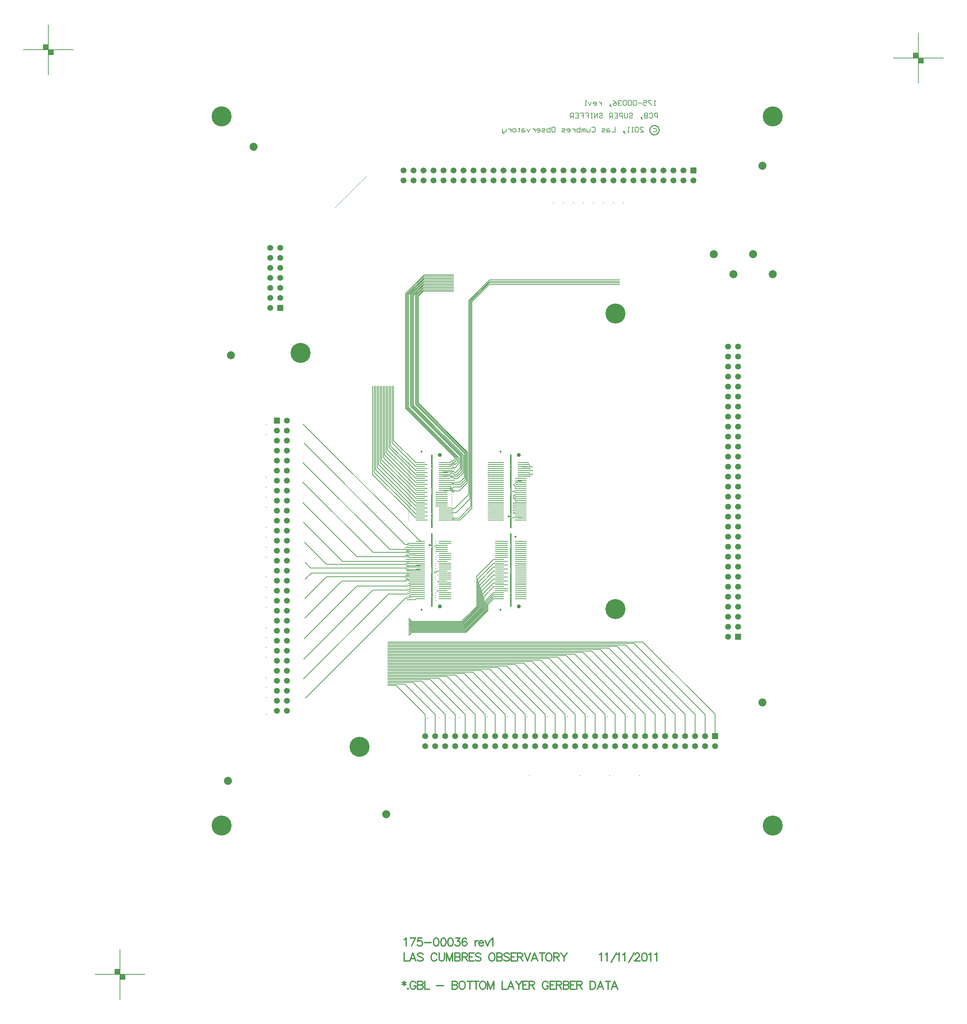
<source format=gbl>
%FSLAX23Y23*%
%MOIN*%
G70*
G01*
G75*
G04 Layer_Physical_Order=5*
G04 Layer_Color=16711680*
%ADD10R,0.020X0.024*%
%ADD11R,0.025X0.100*%
%ADD12R,0.057X0.012*%
%ADD13R,0.025X0.185*%
%ADD14R,0.024X0.020*%
%ADD15R,0.050X0.050*%
%ADD16R,0.050X0.050*%
%ADD17C,0.005*%
%ADD18C,0.010*%
%ADD19C,0.012*%
%ADD20C,0.008*%
%ADD21C,0.012*%
%ADD22C,0.012*%
%ADD23C,0.200*%
%ADD24C,0.039*%
%ADD25C,0.059*%
%ADD26R,0.059X0.059*%
%ADD27R,0.059X0.059*%
%ADD28C,0.020*%
%ADD29C,0.080*%
%ADD30C,0.010*%
%ADD31C,0.040*%
%ADD32C,0.160*%
%ADD33C,0.080*%
%ADD34C,0.075*%
G04:AMPARAMS|DCode=35|XSize=108mil|YSize=108mil|CornerRadius=0mil|HoleSize=0mil|Usage=FLASHONLY|Rotation=0.000|XOffset=0mil|YOffset=0mil|HoleType=Round|Shape=Relief|Width=20mil|Gap=8mil|Entries=4|*
%AMTHD35*
7,0,0,0.108,0.092,0.020,45*
%
%ADD35THD35*%
G04:AMPARAMS|DCode=36|XSize=91.433mil|YSize=91.433mil|CornerRadius=0mil|HoleSize=0mil|Usage=FLASHONLY|Rotation=0.000|XOffset=0mil|YOffset=0mil|HoleType=Round|Shape=Relief|Width=20mil|Gap=8mil|Entries=4|*
%AMTHD36*
7,0,0,0.091,0.075,0.020,45*
%
%ADD36THD36*%
%ADD37C,0.092*%
%ADD38C,0.046*%
G04:AMPARAMS|DCode=39|XSize=66mil|YSize=66mil|CornerRadius=0mil|HoleSize=0mil|Usage=FLASHONLY|Rotation=0.000|XOffset=0mil|YOffset=0mil|HoleType=Round|Shape=Relief|Width=20mil|Gap=8mil|Entries=4|*
%AMTHD39*
7,0,0,0.066,0.050,0.020,45*
%
%ADD39THD39*%
%ADD40C,0.050*%
G04:AMPARAMS|DCode=41|XSize=62mil|YSize=62mil|CornerRadius=0mil|HoleSize=0mil|Usage=FLASHONLY|Rotation=0.000|XOffset=0mil|YOffset=0mil|HoleType=Round|Shape=Relief|Width=20mil|Gap=8mil|Entries=4|*
%AMTHD41*
7,0,0,0.062,0.046,0.020,45*
%
%ADD41THD41*%
%ADD42R,0.017X0.100*%
%ADD43R,0.017X0.185*%
%ADD44R,0.089X0.011*%
D17*
X31190Y20507D02*
X31204Y20521D01*
X30473Y20443D02*
X30476Y20440D01*
X30634Y20435D02*
X30718Y20519D01*
X30648Y20477D02*
X30706Y20535D01*
X30580Y20502D02*
X30645D01*
X30585Y20521D02*
X30637D01*
X30473D02*
X30555D01*
X30575Y20512D02*
X30585Y20521D01*
X30555D02*
X30565Y20512D01*
X30473Y20502D02*
X30580D01*
X30473Y20502D02*
X30473Y20502D01*
X30580D02*
X30580Y20502D01*
X30563Y20459D02*
X30581Y20477D01*
X30648D01*
X30546Y20477D02*
X30551Y20482D01*
X30578Y20435D02*
X30634D01*
X30559Y20440D02*
X30576Y20422D01*
X30577D01*
X30476Y20440D02*
X30559D01*
X30563Y20449D02*
X30578Y20435D01*
X30549Y20449D02*
X30563D01*
X30536Y20462D02*
X30549Y20449D01*
X30473Y20462D02*
X30536D01*
X30553Y20459D02*
X30563D01*
X30546Y20467D02*
X30553Y20459D01*
X30546Y20467D02*
Y20477D01*
X30565Y20512D02*
X30575D01*
X30538Y20561D02*
X30554Y20577D01*
X30473Y20561D02*
X30538D01*
X30479Y20587D02*
X30569D01*
X30473Y20581D02*
X30479Y20587D01*
X30575Y20581D02*
X30575D01*
X30569Y20587D02*
X30575Y20581D01*
X30572Y20569D02*
X30583Y20558D01*
X30572Y20569D02*
Y20569D01*
X30564Y20577D02*
X30572Y20569D01*
X30554Y20577D02*
X30564D01*
X30478Y20625D02*
X30556D01*
X30473Y20620D02*
X30478Y20625D01*
X30538Y20600D02*
X30550Y20613D01*
X30473Y20600D02*
X30538D01*
X30566Y20608D02*
X30576D01*
X30561Y20613D02*
X30566Y20608D01*
X30550Y20613D02*
X30561D01*
X30556Y20625D02*
X30565Y20633D01*
X30575D02*
X30589Y20620D01*
X30565Y20633D02*
X30575D01*
X30581Y20587D02*
X30592D01*
X30576Y20608D02*
X30584Y20600D01*
X30592Y20587D02*
X30598Y20581D01*
X30613D01*
X30565Y20258D02*
X30588D01*
X30558Y20265D02*
X30565Y20258D01*
X30473Y20265D02*
X30558D01*
X30588Y20258D02*
X30730Y20401D01*
X30571Y20246D02*
X30571Y20246D01*
X30473Y20246D02*
X30571D01*
X30730Y20401D02*
Y22339D01*
X30558Y20226D02*
X30565Y20219D01*
X30473Y20226D02*
X30558D01*
X30400Y20384D02*
X30473D01*
X30400Y20364D02*
X30473D01*
X30400Y20324D02*
X30473D01*
X30400Y20344D02*
X30473D01*
X30400Y20423D02*
X30473D01*
X30400Y20403D02*
X30473D01*
X30400Y20285D02*
X30473D01*
X30400Y20305D02*
X30473D01*
X30313Y20384D02*
X30313Y20383D01*
X30247Y20384D02*
X30313D01*
Y20344D02*
X30313Y20344D01*
X30247Y20344D02*
X30313D01*
Y20423D02*
X30313Y20423D01*
X30247Y20423D02*
X30313D01*
X30740Y20355D02*
Y22335D01*
X30750Y20282D02*
Y22331D01*
X30925Y20659D02*
X31037D01*
X30922Y20662D02*
X30925Y20659D01*
X30718Y20519D02*
Y20823D01*
X30706Y20535D02*
Y20821D01*
X30696Y20553D02*
Y20817D01*
X30645Y20502D02*
X30696Y20553D01*
X30936Y22545D02*
X32237D01*
X30730Y22339D02*
X30936Y22545D01*
X30935Y22530D02*
X32237D01*
X30740Y22335D02*
X30935Y22530D01*
X30934Y22515D02*
X32237D01*
X30750Y22331D02*
X30934Y22515D01*
X30933Y22500D02*
X32237D01*
X30760Y22327D02*
X30933Y22500D01*
X30760Y20264D02*
Y22327D01*
X30926Y20718D02*
X31037D01*
X30575Y20581D02*
X30581Y20587D01*
X30473Y20482D02*
X30551D01*
X30558Y20541D02*
X30561Y20544D01*
X30473Y20541D02*
X30558D01*
X30583Y20558D02*
X30618D01*
X30561Y20544D02*
X30588D01*
X30618Y20558D02*
X30675Y20615D01*
X30589Y20620D02*
X30596D01*
X30584Y20600D02*
X30605D01*
X30675Y20615D02*
Y20795D01*
X30637Y20521D02*
X30685Y20569D01*
X30553Y20659D02*
X30565Y20671D01*
X30473Y20659D02*
X30553D01*
X30925Y20640D02*
X31037D01*
X30922Y20642D02*
X30925Y20640D01*
X30924Y20620D02*
X31037D01*
X30922Y20622D02*
X30924Y20620D01*
X30922Y20722D02*
X30926Y20718D01*
X30922Y20682D02*
X30925Y20679D01*
X30926Y20699D02*
X31037D01*
X30922Y20702D02*
X30926Y20699D01*
X30925Y20679D02*
X31037D01*
X30923Y20561D02*
X31037D01*
X30922Y20582D02*
X30924Y20581D01*
X30922Y20562D02*
X30923Y20561D01*
X30923Y20541D02*
X31037D01*
X30922Y20542D02*
X30923Y20541D01*
X30922Y20522D02*
X30923Y20521D01*
X30924Y20581D02*
X31037D01*
X30591Y20698D02*
X30617Y20724D01*
X30590Y20698D02*
X30591D01*
X30582Y20705D02*
X30590Y20698D01*
X30569Y20705D02*
X30582D01*
X30581Y20715D02*
X30603Y20738D01*
X30565Y20715D02*
X30581D01*
X30565Y20740D02*
X30578D01*
X30543Y20718D02*
X30565Y20740D01*
X29843Y20722D02*
Y21484D01*
X29903Y20819D02*
Y21484D01*
X30603Y20219D02*
X30740Y20355D01*
X30632Y20163D02*
X30750Y20282D01*
X30643Y20147D02*
X30760Y20264D01*
X30565Y20219D02*
X30603D01*
X30473Y20206D02*
X30571D01*
X29978Y20939D02*
Y21484D01*
Y20939D02*
X30199Y20718D01*
X30247D01*
X30199Y20640D02*
X30247D01*
X30133Y20711D02*
X30141Y20703D01*
Y20698D02*
Y20703D01*
Y20698D02*
X30199Y20640D01*
X30124Y20711D02*
X30133D01*
X29948Y20886D02*
Y21484D01*
Y20886D02*
X30124Y20711D01*
X30199Y20600D02*
X30247D01*
X30133Y20671D02*
X30141Y20664D01*
Y20659D02*
Y20664D01*
Y20659D02*
X30199Y20600D01*
X29933Y20868D02*
Y21484D01*
Y20868D02*
X30130Y20671D01*
X30133D01*
X30199Y20561D02*
X30247D01*
X30133Y20632D02*
X30141Y20625D01*
Y20619D02*
Y20625D01*
Y20619D02*
X30199Y20561D01*
X29918Y20844D02*
Y21484D01*
Y20844D02*
X30130Y20632D01*
X30133D01*
X30199Y20521D02*
X30247D01*
X30133Y20593D02*
X30141Y20585D01*
Y20580D02*
Y20585D01*
Y20580D02*
X30199Y20521D01*
X29903Y20819D02*
X30130Y20593D01*
X30133D01*
X30199Y20482D02*
X30247D01*
X30133Y20553D02*
X30141Y20546D01*
Y20541D02*
Y20546D01*
Y20541D02*
X30199Y20482D01*
X29888Y20795D02*
Y21484D01*
Y20795D02*
X30130Y20553D01*
X30133D01*
X30199Y20443D02*
X30247D01*
X30133Y20514D02*
X30141Y20507D01*
X29873Y20771D02*
Y21484D01*
Y20771D02*
X30130Y20514D01*
X30133D01*
Y20475D02*
X30141Y20467D01*
Y20462D02*
Y20467D01*
Y20462D02*
X30199Y20403D01*
X29858Y20746D02*
Y21484D01*
X30133Y20435D02*
X30141Y20428D01*
Y20422D02*
Y20428D01*
X29843Y20722D02*
X30130Y20435D01*
X30133D01*
Y20396D02*
X30141Y20389D01*
Y20383D02*
Y20389D01*
X29828Y20698D02*
Y21484D01*
Y20698D02*
X30130Y20396D01*
X30133D01*
X30199Y20285D02*
X30247D01*
X30133Y20356D02*
X30141Y20349D01*
Y20344D02*
Y20349D01*
Y20344D02*
X30199Y20285D01*
X29813Y20673D02*
Y21484D01*
Y20673D02*
X30130Y20356D01*
X30133D01*
X29798Y20649D02*
Y21484D01*
X30199Y20206D02*
X30247D01*
X29783Y20624D02*
Y21484D01*
X30199Y20167D02*
X30247D01*
X29768Y20600D02*
Y21484D01*
Y20600D02*
X30130Y20238D01*
X30133D01*
X30141Y20231D01*
Y20225D02*
Y20231D01*
Y20225D02*
X30199Y20167D01*
X29783Y20624D02*
X30130Y20278D01*
X30133D01*
X30141Y20270D01*
Y20265D02*
Y20270D01*
Y20265D02*
X30199Y20206D01*
X29798Y20649D02*
X30130Y20317D01*
X30133D01*
X30141Y20310D01*
Y20304D02*
Y20310D01*
Y20304D02*
X30199Y20246D01*
X30247D01*
X30141Y20383D02*
X30199Y20324D01*
X30247D01*
X30141Y20422D02*
X30199Y20364D01*
X30247D01*
X30199Y20403D02*
X30247D01*
X30583Y20664D02*
X30585D01*
X30473Y20640D02*
X30557D01*
X30561Y20643D01*
X30589Y20752D02*
Y20768D01*
X30096Y21261D02*
X30589Y20768D01*
X30603Y20738D02*
Y20768D01*
X30106Y21265D02*
X30603Y20768D01*
X30617Y20724D02*
Y20768D01*
X30116Y21269D02*
X30617Y20768D01*
X30096Y21261D02*
Y22409D01*
X30274Y22431D02*
X30576D01*
X30226Y22383D02*
X30274Y22431D01*
X30275Y22446D02*
X30576D01*
X30216Y22387D02*
X30275Y22446D01*
X30276Y22461D02*
X30576D01*
X30206Y22391D02*
X30276Y22461D01*
X30277Y22476D02*
X30576D01*
X30196Y22395D02*
X30277Y22476D01*
X30278Y22491D02*
X30576D01*
X30176Y22390D02*
X30278Y22491D01*
X30279Y22506D02*
X30576D01*
X30166Y22394D02*
X30279Y22506D01*
X30279Y22521D02*
X30576D01*
X30156Y22398D02*
X30279Y22521D01*
X30280Y22536D02*
X30576D01*
X30146Y22402D02*
X30280Y22536D01*
X30281Y22551D02*
X30576D01*
X30126Y22396D02*
X30281Y22551D01*
X30282Y22566D02*
X30576D01*
X30116Y22400D02*
X30282Y22566D01*
X30283Y22581D02*
X30576D01*
X30106Y22404D02*
X30283Y22581D01*
X30284Y22596D02*
X30576D01*
X30096Y22409D02*
X30284Y22596D01*
X30226Y21315D02*
Y22383D01*
X30216Y21311D02*
Y22387D01*
X30206Y21307D02*
Y22391D01*
X30196Y21302D02*
Y22395D01*
X30176Y21294D02*
Y22390D01*
X30166Y21290D02*
Y22394D01*
X30156Y21286D02*
Y22398D01*
X30146Y21282D02*
Y22402D01*
X30126Y21273D02*
Y22396D01*
X30116Y21269D02*
Y22400D01*
X30106Y21265D02*
Y22404D01*
X30585Y20664D02*
X30631Y20710D01*
Y20769D01*
X30126Y21273D02*
X30631Y20769D01*
X30643Y20667D02*
Y20785D01*
X30146Y21282D02*
X30643Y20785D01*
X30654Y20650D02*
Y20788D01*
X30156Y21286D02*
X30654Y20788D01*
X30664Y20632D02*
Y20792D01*
X30166Y21290D02*
X30664Y20792D01*
X30176Y21294D02*
X30675Y20795D01*
X30685Y20569D02*
Y20813D01*
X30196Y21302D02*
X30685Y20813D01*
X30206Y21307D02*
X30696Y20817D01*
X30216Y21311D02*
X30706Y20821D01*
X30226Y21315D02*
X30718Y20823D01*
X30132Y19813D02*
X30247D01*
X30139Y19517D02*
X30247D01*
X30139Y19478D02*
X30247D01*
X30140Y19438D02*
X30247D01*
X30145Y19399D02*
X30247D01*
X30199Y19360D02*
X30247D01*
X30110Y19675D02*
X30247D01*
X30107Y19714D02*
X30247D01*
X30102Y19754D02*
X30247D01*
X30199Y19793D02*
X30247D01*
X30199Y19832D02*
X30247D01*
X29074Y21104D02*
X30247Y19931D01*
X29082Y20913D02*
X30091Y19904D01*
X29091Y19167D02*
X29461Y19537D01*
X29080Y18756D02*
X29770Y19446D01*
X29077Y18558D02*
X29925Y19406D01*
X29082Y18958D02*
X29609Y19485D01*
X29461Y19537D02*
X30097D01*
X30132Y19773D02*
X30247D01*
X29609Y19485D02*
X30119D01*
X30132Y19537D02*
X30247D01*
X29925Y19406D02*
X30119D01*
Y19485D02*
X30125Y19490D01*
X30097Y19537D02*
X30099Y19539D01*
Y19545D01*
X30124Y19545D02*
Y19545D01*
Y19545D02*
X30132Y19537D01*
X30143Y19458D02*
X30247D01*
X30124Y19451D02*
X30135D01*
X30143Y19458D01*
X30135Y19412D02*
X30143Y19419D01*
X30247D01*
X30119Y19406D02*
X30125Y19412D01*
X30135D01*
X30125Y19372D02*
Y19372D01*
X30125Y19372D01*
X30116Y19608D02*
X30126D01*
X30135Y19616D02*
X30247D01*
X29155D02*
X30108D01*
X30116Y19608D01*
X30126D02*
X30135Y19616D01*
X30241Y19649D02*
X30247Y19655D01*
X30119Y19646D02*
X30129D01*
X30131Y19649D01*
X30241D01*
X30242Y19690D02*
X30247Y19695D01*
X30133Y19690D02*
X30242D01*
X29148Y19667D02*
X30099D01*
X29092Y19723D02*
X29148Y19667D01*
X30099D02*
X30119Y19646D01*
X29076Y20124D02*
X29467Y19733D01*
X30137Y19734D02*
X30247D01*
X29467Y19733D02*
X30109D01*
X29306Y19704D02*
X30101D01*
X29086Y19924D02*
X29306Y19704D01*
X30109Y19733D02*
X30117Y19725D01*
X30127D01*
X30137Y19734D01*
X29071Y20719D02*
X29939Y19851D01*
X29070Y20320D02*
X29611Y19778D01*
X29071Y20524D02*
X29772Y19823D01*
X29611Y19778D02*
X30102D01*
X30091Y19904D02*
X30119D01*
X30132Y19892D01*
X29095Y18366D02*
X30096Y19367D01*
X30119D01*
X30125Y19372D01*
X30189Y19349D02*
X30199Y19360D01*
X30114Y19349D02*
X30189D01*
X30132Y19386D02*
X30145Y19399D01*
X30130Y19429D02*
X30140Y19438D01*
X30130Y19508D02*
X30139Y19517D01*
X30101Y19704D02*
X30119Y19685D01*
X30129D01*
X30133Y19690D01*
X30106Y19679D02*
X30110Y19675D01*
X30105Y19716D02*
X30107Y19714D01*
X30099Y19751D02*
X30102Y19754D01*
X30109Y19786D02*
X30119D01*
X30102Y19778D02*
X30109Y19786D01*
X30119D02*
X30132Y19773D01*
X30197Y19796D02*
X30199Y19793D01*
X30101Y19796D02*
X30197D01*
X30096Y19791D02*
X30101Y19796D01*
X30199Y19833D02*
X30199Y19832D01*
X30108Y19833D02*
X30199D01*
X29772Y19823D02*
X30122D01*
X30132Y19813D01*
X30105Y19835D02*
X30108Y19833D01*
X30098Y19870D02*
X30100Y19872D01*
X30121Y19916D02*
X30126Y19911D01*
X29094Y19555D02*
X29155Y19616D01*
X30473Y19458D02*
X30549D01*
X30473Y19616D02*
X30549D01*
X30473Y19813D02*
X30549D01*
X30473Y19911D02*
X30549D01*
X30473Y19931D02*
X30549D01*
X30473Y19596D02*
X30549D01*
X30473Y19576D02*
X30549D01*
X30473Y19557D02*
X30549D01*
X30473Y19517D02*
X30549D01*
X30473Y19419D02*
X30549D01*
X30473Y19399D02*
X30549D01*
X30473Y19360D02*
X30549D01*
X30473Y19655D02*
X30549D01*
X30473Y19675D02*
X30549D01*
X30473Y19695D02*
X30549D01*
X30473Y19714D02*
X30549D01*
X30473Y19754D02*
X30549D01*
X30473Y19773D02*
X30549D01*
X30473Y19793D02*
X30549D01*
X30116Y19844D02*
X30126D01*
X30126Y19911D02*
X30247D01*
X30132Y19892D02*
X30247D01*
X30126Y19844D02*
X30135Y19852D01*
X30247D01*
X29939Y19851D02*
X30109D01*
X30116Y19844D01*
X30100Y19872D02*
X30247D01*
X30119Y19446D02*
X30124Y19451D01*
X29770Y19446D02*
X30119D01*
X30125Y19372D02*
X30135D01*
X30143Y19379D01*
X30247D01*
X30130Y19578D02*
Y19579D01*
X29090Y19361D02*
X29308Y19580D01*
X30130Y19508D02*
X30136D01*
X30143Y19498D02*
X30247D01*
X30136Y19490D02*
X30143Y19498D01*
X30125Y19490D02*
X30136D01*
X30136Y19508D02*
Y19509D01*
X30135Y19474D02*
X30139Y19478D01*
X30141Y20501D02*
Y20507D01*
Y20501D02*
X30199Y20443D01*
X29858Y20746D02*
X30130Y20475D01*
X30133D01*
X29963Y20915D02*
Y21484D01*
X30199Y20679D02*
X30247D01*
X29963Y20915D02*
X30199Y20679D01*
X30247Y20462D02*
X30311D01*
X30247Y20502D02*
X30311D01*
X30247Y20541D02*
X30311D01*
X30247Y20581D02*
X30311D01*
X30247Y20620D02*
X30311D01*
X30247Y20659D02*
X30311D01*
X30247Y20699D02*
X30311D01*
X30247Y20147D02*
X30313D01*
X30313Y20147D01*
X30247Y20187D02*
X30313D01*
X30313Y20186D01*
X30247Y20226D02*
X30313D01*
X30313Y20226D01*
X30247Y20265D02*
X30313D01*
X30313Y20265D01*
X30247Y20305D02*
X30313D01*
X30313Y20305D01*
X30311Y20462D02*
X30311Y20462D01*
X30313D01*
X30311Y20502D02*
X30311Y20502D01*
X30313D01*
X30311Y20541D02*
X30311Y20541D01*
X30313D01*
X30311Y20581D02*
X30311Y20580D01*
X30313D01*
X30311Y20620D02*
X30311Y20620D01*
X30313D01*
X30311Y20659D02*
X30311Y20659D01*
X30313D01*
X30311Y20699D02*
X30311Y20699D01*
X30313D01*
X30473Y20147D02*
X30559D01*
X30565Y20153D01*
X30575D01*
X30582Y20147D01*
X30473Y20167D02*
X30572D01*
X30576Y20163D01*
X30596Y20620D02*
X30643Y20667D01*
X30605Y20600D02*
X30654Y20650D01*
X30613Y20581D02*
X30664Y20632D01*
X30582Y20147D02*
X30643D01*
X30576Y20163D02*
X30632D01*
X30473Y20187D02*
X30570D01*
X30399Y19892D02*
X30473D01*
X30389Y19882D02*
X30399Y19892D01*
X30401Y19872D02*
X30473D01*
X30401Y19852D02*
X30473D01*
X30401Y19832D02*
X30473D01*
X30421Y19734D02*
X30473D01*
X30427Y19537D02*
X30473D01*
X30415Y19525D02*
X30427Y19537D01*
X30422Y19438D02*
X30473D01*
X30414Y19431D02*
X30422Y19438D01*
X30130Y19578D02*
X30132Y19576D01*
X30247D01*
X30112Y19587D02*
X30122D01*
X30130Y19579D01*
X30247Y19597D02*
X30247Y19596D01*
X30103Y19597D02*
X30247D01*
X30105Y19580D02*
X30112Y19587D01*
X29308Y19580D02*
X30105D01*
X30098Y19592D02*
X30103Y19597D01*
X30112Y19635D02*
X30247D01*
X30105Y19642D02*
X30112Y19635D01*
X30415D02*
X30473D01*
X30406Y19626D02*
X30415Y19635D01*
X30391Y19626D02*
X30406D01*
X30384Y19620D02*
X30391Y19626D01*
X30112Y19557D02*
X30247D01*
X30099Y19545D02*
X30124D01*
X30101Y19567D02*
X30112Y19557D01*
X31263Y19360D02*
X31263Y19360D01*
X30473Y20679D02*
X30542D01*
X30473Y20718D02*
X30543D01*
X30578Y20740D02*
X30589Y20752D01*
X30473Y20699D02*
X30548D01*
X30565Y20715D01*
X30542Y20679D02*
X30569Y20705D01*
X30565Y20671D02*
X30575D01*
X30583Y20664D01*
X30922Y20422D02*
X30923Y20423D01*
X31037D01*
X30922Y20402D02*
X30923Y20403D01*
X31037D01*
X30922Y20382D02*
X30924Y20384D01*
X31037D01*
X30922Y20362D02*
X30924Y20364D01*
X31037D01*
X30922Y20342D02*
X30924Y20344D01*
X31037D01*
X30922Y20322D02*
X30925Y20324D01*
X31037D01*
X30922Y20302D02*
X30925Y20305D01*
X31037D01*
X30922Y20282D02*
X30925Y20285D01*
X31037D01*
X30922Y20262D02*
X30926Y20265D01*
X31037D01*
X30922Y20242D02*
X30926Y20246D01*
X31037D01*
X30922Y20222D02*
X30926Y20226D01*
X31037D01*
X30922Y20202D02*
X30926Y20206D01*
X31037D01*
X30922Y20182D02*
X30927Y20187D01*
X31037D01*
X30922Y20162D02*
X30927Y20167D01*
X31037D01*
X30922Y20142D02*
X30927Y20147D01*
X31037D01*
X30922Y20442D02*
X30989D01*
X30989Y20443D01*
X31037D01*
X30922Y20462D02*
X30989D01*
X30989Y20462D01*
X31037D01*
X30922Y20482D02*
X30989D01*
X30989Y20482D01*
X31037D01*
X30922Y20502D02*
X30923Y20502D01*
X31037D01*
X30923Y20521D02*
X31037D01*
X30922Y20602D02*
X30924Y20600D01*
X31037D01*
X31263Y20699D02*
X31332D01*
X31340Y20690D01*
X31322Y20718D02*
X31327Y20713D01*
X31263Y20718D02*
X31322D01*
X31345Y20677D02*
X31347Y20679D01*
X31354D01*
X31263D02*
X31265Y20677D01*
X31345D01*
X31354Y20679D02*
X31362Y20671D01*
X31338Y20659D02*
X31343Y20654D01*
X31263Y20659D02*
X31338D01*
X31263Y20640D02*
X31367D01*
X31367Y20639D01*
Y20636D02*
Y20639D01*
X31332Y20620D02*
X31341Y20611D01*
X31263Y20620D02*
X31332D01*
X31263Y20600D02*
X31265Y20598D01*
X31358D02*
X31368Y20609D01*
X31265Y20598D02*
X31358D01*
X31339Y20581D02*
X31344Y20586D01*
X31263Y20581D02*
X31339D01*
X31258Y20536D02*
X31263Y20541D01*
X31196Y20561D02*
X31196Y20561D01*
X31263D01*
X31192Y20443D02*
X31263D01*
X31192Y20464D02*
Y20468D01*
X31174Y20385D02*
X31176D01*
X31194Y20403D01*
X31182Y20375D02*
X31182Y20375D01*
X31215Y20364D02*
X31215Y20364D01*
X31263D01*
X31194Y20462D02*
X31263D01*
X31192Y20464D02*
X31194Y20462D01*
X31194Y20403D02*
X31263D01*
X31192Y20324D02*
X31263D01*
X31174Y20501D02*
X31193Y20482D01*
X31263D01*
X31180Y20358D02*
X31194Y20344D01*
X31263D01*
X31192Y20324D02*
X31197Y20329D01*
X31174Y20265D02*
X31175Y20265D01*
X31180Y20358D02*
Y20369D01*
X31175Y20265D02*
X31263D01*
X31174Y20240D02*
X31180Y20246D01*
X31174Y20315D02*
X31185Y20305D01*
X31263D01*
X31174Y20290D02*
X31179Y20285D01*
X31263D01*
X31173Y20241D02*
X31174Y20240D01*
X31197Y20329D02*
X31199D01*
X31180Y20246D02*
X31263D01*
X31174Y20206D02*
Y20214D01*
X31186Y20226D01*
X31263D01*
X31196Y20206D02*
X31263D01*
X31190Y20187D02*
X31263D01*
X31263Y20187D01*
X31168Y20170D02*
X31260D01*
X31263Y20167D01*
X31190Y20147D02*
X31263D01*
X31263Y20147D01*
X30473Y19478D02*
X30549D01*
X30473Y19379D02*
X30549D01*
X30473Y19498D02*
X30549D01*
X31692Y17985D02*
Y18203D01*
X31592Y17985D02*
Y18203D01*
X31492Y17985D02*
Y18203D01*
X31392Y17985D02*
Y18203D01*
X31792Y17985D02*
Y18203D01*
X31892Y17985D02*
Y18203D01*
X32492Y17985D02*
Y18203D01*
X32592Y17985D02*
Y18203D01*
X32692Y17985D02*
Y18203D01*
X32792Y17985D02*
Y18203D01*
X32892Y17985D02*
Y18203D01*
X32992Y17985D02*
Y18203D01*
X33092Y17985D02*
Y18203D01*
X30089Y18507D02*
X30392Y18203D01*
X29919Y18492D02*
X30004D01*
X32129Y18867D02*
X32792Y18203D01*
X32214Y18882D02*
X32892Y18203D01*
X32299Y18897D02*
X32992Y18203D01*
X32384Y18912D02*
X33092Y18203D01*
X30792Y17985D02*
Y18203D01*
X30692Y17985D02*
Y18203D01*
X30592Y17985D02*
Y18203D01*
X30392Y17985D02*
Y18203D01*
X30292Y17985D02*
Y18203D01*
X31279Y18717D02*
X31792Y18203D01*
X31364Y18732D02*
X31892Y18203D01*
X32292Y17985D02*
Y18203D01*
X32392Y17985D02*
Y18203D01*
X32044Y18852D02*
X32692Y18203D01*
X31449Y18747D02*
X31992Y18203D01*
Y17985D02*
Y18203D01*
X31534Y18762D02*
X32092Y18203D01*
Y17985D02*
Y18203D01*
X31619Y18777D02*
X32192Y18203D01*
Y17985D02*
Y18203D01*
X31704Y18792D02*
X32292Y18203D01*
X31789Y18807D02*
X32392Y18203D01*
X31874Y18822D02*
X32492Y18203D01*
X31959Y18837D02*
X32592Y18203D01*
X30892Y17985D02*
Y18203D01*
X30992Y17985D02*
Y18203D01*
X30684Y18612D02*
X31092Y18203D01*
Y17985D02*
Y18203D01*
X30769Y18627D02*
X31192Y18203D01*
Y17985D02*
Y18203D01*
X30854Y18642D02*
X31292Y18203D01*
Y17985D02*
Y18203D01*
X30939Y18657D02*
X31392Y18203D01*
X31024Y18672D02*
X31492Y18203D01*
X31109Y18687D02*
X31592Y18203D01*
X31194Y18702D02*
X31692Y18203D01*
X30004Y18492D02*
X30292Y18203D01*
X29919Y18507D02*
X30089D01*
X30492Y17985D02*
Y18203D01*
X30977Y19517D02*
X31037D01*
X30977Y19478D02*
X31037D01*
X30977Y19419D02*
X31037D01*
X30977Y19399D02*
X31037D01*
X30977Y19379D02*
X31037D01*
X30977Y19360D02*
X31037D01*
X30977Y19557D02*
X31037D01*
X30977Y19596D02*
X31037D01*
X30977Y19635D02*
X31037D01*
X30977Y19675D02*
X31037D01*
X30977Y19714D02*
X31037D01*
X30977Y19754D02*
X31037D01*
X30919Y19302D02*
X30977Y19360D01*
X30919Y19238D02*
Y19302D01*
X30909Y19311D02*
X30977Y19379D01*
X30909Y19243D02*
Y19311D01*
X30899Y19321D02*
X30977Y19399D01*
X30899Y19247D02*
Y19321D01*
X30889Y19331D02*
X30977Y19419D01*
X30889Y19251D02*
Y19331D01*
X30879Y19380D02*
X30977Y19478D01*
X30869Y19409D02*
X30977Y19517D01*
X30869Y19259D02*
Y19409D01*
X30859Y19439D02*
X30977Y19557D01*
X30859Y19263D02*
Y19439D01*
X30849Y19468D02*
X30977Y19596D01*
X30849Y19267D02*
Y19468D01*
X30839Y19497D02*
X30977Y19635D01*
X30839Y19272D02*
Y19497D01*
X30829Y19527D02*
X30977Y19675D01*
X30829Y19276D02*
Y19527D01*
X30819Y19556D02*
X30977Y19714D01*
X30819Y19280D02*
Y19556D01*
X30809Y19586D02*
X30977Y19754D01*
X30809Y19284D02*
Y19586D01*
X30599Y18597D02*
X30992Y18203D01*
X29919Y18522D02*
X30174D01*
X30492Y18203D01*
X29919Y18537D02*
X30259D01*
X30592Y18203D01*
X29919Y18552D02*
X30344D01*
X30692Y18203D01*
X29919Y18567D02*
X30429D01*
X30792Y18203D01*
X29919Y18582D02*
X30514D01*
X30892Y18203D01*
X29919Y18597D02*
X30599D01*
X29919Y18612D02*
X30684D01*
X29919Y18627D02*
X30769D01*
X29919Y18642D02*
X30854D01*
X29919Y18657D02*
X30939D01*
X29919Y18672D02*
X31024D01*
X29919Y18687D02*
X31109D01*
X29919Y18702D02*
X31194D01*
X29919Y18717D02*
X31279D01*
X29919Y18732D02*
X31364D01*
X29919Y18747D02*
X31449D01*
X29919Y18762D02*
X31534D01*
X29919Y18777D02*
X31619D01*
X29919Y18792D02*
X31704D01*
X29919Y18807D02*
X31789D01*
X29919Y18822D02*
X31874D01*
X29919Y18837D02*
X31959D01*
X29919Y18852D02*
X32044D01*
X29919Y18867D02*
X32129D01*
X29919Y18882D02*
X32214D01*
X29919Y18897D02*
X32299D01*
X29919Y18912D02*
X32384D01*
X30658Y19133D02*
X30809Y19284D01*
X30159Y19133D02*
X30658D01*
X30662Y19123D02*
X30819Y19280D01*
X30154Y19123D02*
X30662D01*
X30667Y19113D02*
X30829Y19276D01*
X30149Y19113D02*
X30667D01*
X30671Y19103D02*
X30839Y19272D01*
X30144Y19103D02*
X30671D01*
X30675Y19093D02*
X30849Y19267D01*
X30139Y19093D02*
X30675D01*
X30679Y19083D02*
X30859Y19263D01*
X30683Y19073D02*
X30869Y19259D01*
X30879Y19255D02*
Y19380D01*
X30687Y19063D02*
X30879Y19255D01*
X30691Y19053D02*
X30889Y19251D01*
X30696Y19043D02*
X30899Y19247D01*
X30700Y19033D02*
X30909Y19243D01*
X30704Y19023D02*
X30919Y19238D01*
X30132Y19073D02*
X30683D01*
X30129Y19070D02*
X30132Y19073D01*
X30139Y19063D02*
X30687D01*
X30129Y19056D02*
X30132D01*
X30139Y19063D01*
X30144Y19053D02*
X30691D01*
X30129Y19041D02*
X30132D01*
X30144Y19053D01*
X30149Y19043D02*
X30696D01*
X30129Y19025D02*
X30132D01*
X30149Y19043D01*
X30154Y19033D02*
X30700D01*
X30129Y19010D02*
X30132D01*
X30154Y19033D01*
X30159Y19023D02*
X30704D01*
X30129Y18996D02*
X30132D01*
X30159Y19023D01*
X30132Y19083D02*
X30679D01*
X30129Y19086D02*
X30132Y19083D01*
X30129Y19101D02*
X30132D01*
X30139Y19093D01*
X30129Y19115D02*
X30132D01*
X30144Y19103D01*
X30129Y19131D02*
X30132D01*
X30149Y19113D01*
X30129Y19146D02*
X30132D01*
X30154Y19123D01*
X30129Y19160D02*
X30132D01*
X30159Y19133D01*
X31195Y19360D02*
X31215D01*
X31215Y19360D01*
X31263D01*
X31195Y19379D02*
X31215D01*
X31215Y19379D01*
X31263D01*
X31195Y19399D02*
X31215D01*
X31215Y19399D01*
X31263D01*
X31195Y19419D02*
X31215D01*
X31215Y19419D01*
X31263D01*
X31195Y19438D02*
X31215D01*
X31215Y19438D01*
X31263D01*
X31195Y19458D02*
X31215D01*
X31215Y19458D01*
X31263D01*
X31195Y19478D02*
X31215D01*
X31215Y19478D01*
X31263D01*
X31195Y19498D02*
X31215D01*
X31215Y19498D01*
X31263D01*
X31195Y19517D02*
X31215D01*
X31215Y19517D01*
X31263D01*
X31195Y19537D02*
X31195Y19537D01*
X31263D01*
X31195Y19557D02*
X31195Y19557D01*
X31263D01*
X31195Y19576D02*
X31195Y19576D01*
X31263D01*
X31195Y19596D02*
X31195Y19596D01*
X31263D01*
X31195Y19616D02*
X31195Y19616D01*
X31263D01*
X31195Y19635D02*
X31195Y19635D01*
X31263D01*
X31195Y19655D02*
X31215D01*
X31215Y19655D01*
X31263D01*
X31195Y19675D02*
X31215D01*
X31215Y19675D01*
X31263D01*
X31195Y19694D02*
X31215D01*
X31215Y19695D01*
X31263D01*
X31195Y19714D02*
X31215D01*
X31215Y19714D01*
X31263D01*
X31195Y19734D02*
X31215D01*
X31215Y19734D01*
X31263D01*
X31195Y19753D02*
X31215D01*
X31215Y19754D01*
X31263D01*
X31195Y19773D02*
X31215D01*
X31215Y19773D01*
X31263D01*
X31195Y19793D02*
X31215D01*
X31215Y19793D01*
X31263D01*
X31195Y19812D02*
X31215D01*
X31215Y19813D01*
X31263D01*
X31195Y19832D02*
X31215D01*
X31215Y19832D01*
X31263D01*
X31195Y19852D02*
X31215D01*
X31215Y19852D01*
X31263D01*
X31195Y19872D02*
X31215D01*
X31215Y19872D01*
X31263D01*
X31195Y19891D02*
X31215D01*
X31215Y19892D01*
X31263D01*
X31195Y19911D02*
X31215D01*
X31215Y19911D01*
X31263D01*
X31195Y19931D02*
X31215D01*
X31215Y19931D01*
X31263D01*
X31037Y19734D02*
X31117D01*
X31037Y19695D02*
X31117D01*
X31037Y19655D02*
X31117D01*
X31037Y19616D02*
X31117D01*
X31037Y19576D02*
X31117D01*
X31037Y19537D02*
X31117D01*
X31037Y19773D02*
X31117D01*
X31037Y19793D02*
X31117D01*
X31037Y19813D02*
X31117D01*
X31037Y19832D02*
X31117D01*
X31037Y19852D02*
X31117D01*
X31037Y19872D02*
X31117D01*
X31037Y19892D02*
X31117D01*
X31037Y19498D02*
X31117D01*
X31037Y19458D02*
X31117D01*
X31037Y19438D02*
X31117D01*
X31037Y19911D02*
X31117D01*
X31037Y19931D02*
X31117D01*
X31190Y20212D02*
X31196Y20206D01*
X31192Y20423D02*
X31263D01*
X31174Y20315D02*
Y20321D01*
Y20290D02*
Y20296D01*
Y20265D02*
Y20271D01*
X31173Y20241D02*
Y20245D01*
X31182Y20375D02*
X31186D01*
X31180Y20369D02*
X31186Y20375D01*
X31208Y20499D02*
X31210Y20501D01*
X31207Y20499D02*
X31208D01*
X31193Y20385D02*
X31195Y20384D01*
X31263D01*
X31192Y20364D02*
X31215D01*
X31192D02*
X31193Y20364D01*
X31193D01*
X31194Y20365D01*
X31197Y20536D02*
X31258D01*
X31204Y20521D02*
X31263D01*
X31167Y20433D02*
X31183D01*
X31192Y20423D01*
X31207Y20499D02*
X31210Y20502D01*
X31263D01*
X29919Y18927D02*
X32471D01*
X33192Y18205D01*
Y17985D02*
Y18205D01*
D18*
X32632Y24043D02*
X32631Y24053D01*
X32627Y24063D01*
X32622Y24071D01*
X32615Y24079D01*
X32607Y24084D01*
X32598Y24088D01*
X32588Y24090D01*
X32578Y24089D01*
X32568Y24086D01*
X32559Y24082D01*
X32551Y24075D01*
X32545Y24067D01*
X32541Y24058D01*
X32539Y24048D01*
Y24038D01*
X32541Y24028D01*
X32545Y24019D01*
X32551Y24011D01*
X32559Y24005D01*
X32568Y24000D01*
X32578Y23997D01*
X32588Y23997D01*
X32598Y23998D01*
X32607Y24002D01*
X32615Y24008D01*
X32622Y24015D01*
X32627Y24024D01*
X32631Y24033D01*
X32632Y24043D01*
X30360Y20308D02*
Y20558D01*
X31150Y20308D02*
Y20558D01*
Y20676D02*
Y20679D01*
Y20558D02*
Y20676D01*
Y20750D01*
Y19520D02*
Y19770D01*
Y19963D01*
Y19328D02*
Y19520D01*
X31127Y20184D02*
X31149D01*
X31150Y20185D01*
Y20115D02*
Y20185D01*
Y20308D01*
X30360Y19520D02*
Y19770D01*
Y19328D02*
Y19520D01*
X30359Y19895D02*
X30360Y19896D01*
Y19770D02*
Y19896D01*
Y19963D01*
X30336Y19895D02*
X30359D01*
X30360Y20115D02*
Y20308D01*
Y20558D02*
Y20750D01*
D19*
X30082Y15537D02*
Y15491D01*
X30063Y15526D02*
X30101Y15503D01*
Y15526D02*
X30063Y15503D01*
X30121Y15465D02*
X30118Y15461D01*
X30121Y15457D01*
X30125Y15461D01*
X30121Y15465D01*
X30200Y15518D02*
X30196Y15526D01*
X30188Y15533D01*
X30181Y15537D01*
X30166D01*
X30158Y15533D01*
X30150Y15526D01*
X30147Y15518D01*
X30143Y15507D01*
Y15488D01*
X30147Y15476D01*
X30150Y15469D01*
X30158Y15461D01*
X30166Y15457D01*
X30181D01*
X30188Y15461D01*
X30196Y15469D01*
X30200Y15476D01*
Y15488D01*
X30181D02*
X30200D01*
X30218Y15537D02*
Y15457D01*
Y15537D02*
X30252D01*
X30264Y15533D01*
X30268Y15530D01*
X30272Y15522D01*
Y15514D01*
X30268Y15507D01*
X30264Y15503D01*
X30252Y15499D01*
X30218D02*
X30252D01*
X30264Y15495D01*
X30268Y15491D01*
X30272Y15484D01*
Y15472D01*
X30268Y15465D01*
X30264Y15461D01*
X30252Y15457D01*
X30218D01*
X30289Y15537D02*
Y15457D01*
X30335D01*
X30407Y15491D02*
X30475D01*
X30562Y15537D02*
Y15457D01*
Y15537D02*
X30596D01*
X30607Y15533D01*
X30611Y15530D01*
X30615Y15522D01*
Y15514D01*
X30611Y15507D01*
X30607Y15503D01*
X30596Y15499D01*
X30562D02*
X30596D01*
X30607Y15495D01*
X30611Y15491D01*
X30615Y15484D01*
Y15472D01*
X30611Y15465D01*
X30607Y15461D01*
X30596Y15457D01*
X30562D01*
X30656Y15537D02*
X30648Y15533D01*
X30641Y15526D01*
X30637Y15518D01*
X30633Y15507D01*
Y15488D01*
X30637Y15476D01*
X30641Y15469D01*
X30648Y15461D01*
X30656Y15457D01*
X30671D01*
X30679Y15461D01*
X30686Y15469D01*
X30690Y15476D01*
X30694Y15488D01*
Y15507D01*
X30690Y15518D01*
X30686Y15526D01*
X30679Y15533D01*
X30671Y15537D01*
X30656D01*
X30739D02*
Y15457D01*
X30713Y15537D02*
X30766D01*
X30802D02*
Y15457D01*
X30775Y15537D02*
X30829D01*
X30861D02*
X30853Y15533D01*
X30846Y15526D01*
X30842Y15518D01*
X30838Y15507D01*
Y15488D01*
X30842Y15476D01*
X30846Y15469D01*
X30853Y15461D01*
X30861Y15457D01*
X30876D01*
X30884Y15461D01*
X30892Y15469D01*
X30895Y15476D01*
X30899Y15488D01*
Y15507D01*
X30895Y15518D01*
X30892Y15526D01*
X30884Y15533D01*
X30876Y15537D01*
X30861D01*
X30918D02*
Y15457D01*
Y15537D02*
X30948Y15457D01*
X30979Y15537D02*
X30948Y15457D01*
X30979Y15537D02*
Y15457D01*
X31064Y15537D02*
Y15457D01*
X31110D01*
X31180D02*
X31149Y15537D01*
X31119Y15457D01*
X31130Y15484D02*
X31168D01*
X31199Y15537D02*
X31229Y15499D01*
Y15457D01*
X31260Y15537D02*
X31229Y15499D01*
X31319Y15537D02*
X31270D01*
Y15457D01*
X31319D01*
X31270Y15499D02*
X31300D01*
X31333Y15537D02*
Y15457D01*
Y15537D02*
X31367D01*
X31378Y15533D01*
X31382Y15530D01*
X31386Y15522D01*
Y15514D01*
X31382Y15507D01*
X31378Y15503D01*
X31367Y15499D01*
X31333D01*
X31359D02*
X31386Y15457D01*
X31524Y15518D02*
X31520Y15526D01*
X31512Y15533D01*
X31505Y15537D01*
X31490D01*
X31482Y15533D01*
X31474Y15526D01*
X31471Y15518D01*
X31467Y15507D01*
Y15488D01*
X31471Y15476D01*
X31474Y15469D01*
X31482Y15461D01*
X31490Y15457D01*
X31505D01*
X31512Y15461D01*
X31520Y15469D01*
X31524Y15476D01*
Y15488D01*
X31505D02*
X31524D01*
X31592Y15537D02*
X31542D01*
Y15457D01*
X31592D01*
X31542Y15499D02*
X31573D01*
X31605Y15537D02*
Y15457D01*
Y15537D02*
X31639D01*
X31651Y15533D01*
X31654Y15530D01*
X31658Y15522D01*
Y15514D01*
X31654Y15507D01*
X31651Y15503D01*
X31639Y15499D01*
X31605D01*
X31632D02*
X31658Y15457D01*
X31676Y15537D02*
Y15457D01*
Y15537D02*
X31710D01*
X31722Y15533D01*
X31726Y15530D01*
X31729Y15522D01*
Y15514D01*
X31726Y15507D01*
X31722Y15503D01*
X31710Y15499D01*
X31676D02*
X31710D01*
X31722Y15495D01*
X31726Y15491D01*
X31729Y15484D01*
Y15472D01*
X31726Y15465D01*
X31722Y15461D01*
X31710Y15457D01*
X31676D01*
X31797Y15537D02*
X31747D01*
Y15457D01*
X31797D01*
X31747Y15499D02*
X31778D01*
X31810Y15537D02*
Y15457D01*
Y15537D02*
X31845D01*
X31856Y15533D01*
X31860Y15530D01*
X31864Y15522D01*
Y15514D01*
X31860Y15507D01*
X31856Y15503D01*
X31845Y15499D01*
X31810D01*
X31837D02*
X31864Y15457D01*
X31944Y15537D02*
Y15457D01*
Y15537D02*
X31971D01*
X31982Y15533D01*
X31990Y15526D01*
X31994Y15518D01*
X31998Y15507D01*
Y15488D01*
X31994Y15476D01*
X31990Y15469D01*
X31982Y15461D01*
X31971Y15457D01*
X31944D01*
X32076D02*
X32046Y15537D01*
X32016Y15457D01*
X32027Y15484D02*
X32065D01*
X32122Y15537D02*
Y15457D01*
X32095Y15537D02*
X32148D01*
X32219Y15457D02*
X32188Y15537D01*
X32158Y15457D01*
X32169Y15484D02*
X32207D01*
D20*
X32443Y24023D02*
X32476D01*
X32443Y24057D01*
Y24065D01*
X32451Y24073D01*
X32468D01*
X32476Y24065D01*
X32426D02*
X32418Y24073D01*
X32401D01*
X32393Y24065D01*
Y24032D01*
X32401Y24023D01*
X32418D01*
X32426Y24032D01*
Y24065D01*
X32376Y24023D02*
X32360D01*
X32368D01*
Y24073D01*
X32376Y24065D01*
X32335Y24023D02*
X32318D01*
X32326D01*
Y24073D01*
X32335Y24065D01*
X32285Y24015D02*
X32276Y24023D01*
Y24032D01*
X32285D01*
Y24023D01*
X32276D01*
X32285Y24015D01*
X32293Y24007D01*
X32193Y24073D02*
Y24023D01*
X32160D01*
X32135Y24057D02*
X32118D01*
X32110Y24048D01*
Y24023D01*
X32135D01*
X32143Y24032D01*
X32135Y24040D01*
X32110D01*
X32093Y24023D02*
X32068D01*
X32060Y24032D01*
X32068Y24040D01*
X32085D01*
X32093Y24048D01*
X32085Y24057D01*
X32060D01*
X31960Y24065D02*
X31968Y24073D01*
X31985D01*
X31993Y24065D01*
Y24032D01*
X31985Y24023D01*
X31968D01*
X31960Y24032D01*
X31943Y24057D02*
Y24032D01*
X31935Y24023D01*
X31910D01*
Y24057D01*
X31893Y24023D02*
Y24057D01*
X31885D01*
X31876Y24048D01*
Y24023D01*
Y24048D01*
X31868Y24057D01*
X31860Y24048D01*
Y24023D01*
X31843Y24073D02*
Y24023D01*
X31818D01*
X31810Y24032D01*
Y24040D01*
Y24048D01*
X31818Y24057D01*
X31843D01*
X31793D02*
Y24023D01*
Y24040D01*
X31785Y24048D01*
X31776Y24057D01*
X31768D01*
X31718Y24023D02*
X31735D01*
X31743Y24032D01*
Y24048D01*
X31735Y24057D01*
X31718D01*
X31710Y24048D01*
Y24040D01*
X31743D01*
X31693Y24023D02*
X31668D01*
X31660Y24032D01*
X31668Y24040D01*
X31685D01*
X31693Y24048D01*
X31685Y24057D01*
X31660D01*
X31568Y24073D02*
X31585D01*
X31593Y24065D01*
Y24032D01*
X31585Y24023D01*
X31568D01*
X31560Y24032D01*
Y24065D01*
X31568Y24073D01*
X31543D02*
Y24023D01*
X31518D01*
X31510Y24032D01*
Y24040D01*
Y24048D01*
X31518Y24057D01*
X31543D01*
X31493Y24023D02*
X31468D01*
X31460Y24032D01*
X31468Y24040D01*
X31485D01*
X31493Y24048D01*
X31485Y24057D01*
X31460D01*
X31418Y24023D02*
X31435D01*
X31443Y24032D01*
Y24048D01*
X31435Y24057D01*
X31418D01*
X31410Y24048D01*
Y24040D01*
X31443D01*
X31393Y24057D02*
Y24023D01*
Y24040D01*
X31385Y24048D01*
X31377Y24057D01*
X31368D01*
X31343D02*
X31327Y24023D01*
X31310Y24057D01*
X31285D02*
X31268D01*
X31260Y24048D01*
Y24023D01*
X31285D01*
X31293Y24032D01*
X31285Y24040D01*
X31260D01*
X31235Y24065D02*
Y24057D01*
X31243D01*
X31227D01*
X31235D01*
Y24032D01*
X31227Y24023D01*
X31193D02*
X31177D01*
X31168Y24032D01*
Y24048D01*
X31177Y24057D01*
X31193D01*
X31202Y24048D01*
Y24032D01*
X31193Y24023D01*
X31152Y24057D02*
Y24023D01*
Y24040D01*
X31143Y24048D01*
X31135Y24057D01*
X31127D01*
X31102D02*
Y24032D01*
X31093Y24023D01*
X31068D01*
Y24015D01*
X31077Y24007D01*
X31085D01*
X31068Y24023D02*
Y24057D01*
X32572Y24059D02*
X32597D01*
X32605Y24050D01*
Y24034D01*
X32597Y24025D01*
X32572D01*
X32618Y24162D02*
Y24212D01*
X32593D01*
X32585Y24204D01*
Y24187D01*
X32593Y24179D01*
X32618D01*
X32535Y24204D02*
X32543Y24212D01*
X32560D01*
X32568Y24204D01*
Y24171D01*
X32560Y24162D01*
X32543D01*
X32535Y24171D01*
X32518Y24212D02*
Y24162D01*
X32493D01*
X32485Y24171D01*
Y24179D01*
X32493Y24187D01*
X32518D01*
X32493D01*
X32485Y24196D01*
Y24204D01*
X32493Y24212D01*
X32518D01*
X32460Y24154D02*
X32452Y24162D01*
Y24171D01*
X32460D01*
Y24162D01*
X32452D01*
X32460Y24154D01*
X32468Y24146D01*
X32335Y24204D02*
X32343Y24212D01*
X32360D01*
X32368Y24204D01*
Y24196D01*
X32360Y24187D01*
X32343D01*
X32335Y24179D01*
Y24171D01*
X32343Y24162D01*
X32360D01*
X32368Y24171D01*
X32318Y24212D02*
Y24171D01*
X32310Y24162D01*
X32293D01*
X32285Y24171D01*
Y24212D01*
X32268Y24162D02*
Y24212D01*
X32243D01*
X32235Y24204D01*
Y24187D01*
X32243Y24179D01*
X32268D01*
X32185Y24212D02*
X32218D01*
Y24162D01*
X32185D01*
X32218Y24187D02*
X32202D01*
X32168Y24162D02*
Y24212D01*
X32143D01*
X32135Y24204D01*
Y24187D01*
X32143Y24179D01*
X32168D01*
X32152D02*
X32135Y24162D01*
X32035Y24204D02*
X32043Y24212D01*
X32060D01*
X32068Y24204D01*
Y24196D01*
X32060Y24187D01*
X32043D01*
X32035Y24179D01*
Y24171D01*
X32043Y24162D01*
X32060D01*
X32068Y24171D01*
X32018Y24162D02*
Y24212D01*
X31985Y24162D01*
Y24212D01*
X31968D02*
X31952D01*
X31960D01*
Y24162D01*
X31968D01*
X31952D01*
X31893Y24212D02*
X31927D01*
Y24187D01*
X31910D01*
X31927D01*
Y24162D01*
X31843Y24212D02*
X31877D01*
Y24187D01*
X31860D01*
X31877D01*
Y24162D01*
X31793Y24212D02*
X31827D01*
Y24162D01*
X31793D01*
X31827Y24187D02*
X31810D01*
X31777Y24162D02*
Y24212D01*
X31752D01*
X31743Y24204D01*
Y24187D01*
X31752Y24179D01*
X31777D01*
X31760D02*
X31743Y24162D01*
X32599Y24288D02*
X32583D01*
X32591D01*
Y24338D01*
X32599Y24330D01*
X32558Y24338D02*
X32524D01*
Y24330D01*
X32558Y24297D01*
Y24288D01*
X32474Y24338D02*
X32508D01*
Y24313D01*
X32491Y24322D01*
X32483D01*
X32474Y24313D01*
Y24297D01*
X32483Y24288D01*
X32499D01*
X32508Y24297D01*
X32458Y24313D02*
X32424D01*
X32408Y24330D02*
X32399Y24338D01*
X32383D01*
X32374Y24330D01*
Y24297D01*
X32383Y24288D01*
X32399D01*
X32408Y24297D01*
Y24330D01*
X32358D02*
X32349Y24338D01*
X32333D01*
X32324Y24330D01*
Y24297D01*
X32333Y24288D01*
X32349D01*
X32358Y24297D01*
Y24330D01*
X32308D02*
X32299Y24338D01*
X32283D01*
X32274Y24330D01*
Y24297D01*
X32283Y24288D01*
X32299D01*
X32308Y24297D01*
Y24330D01*
X32258D02*
X32249Y24338D01*
X32233D01*
X32224Y24330D01*
Y24322D01*
X32233Y24313D01*
X32241D01*
X32233D01*
X32224Y24305D01*
Y24297D01*
X32233Y24288D01*
X32249D01*
X32258Y24297D01*
X32174Y24338D02*
X32191Y24330D01*
X32208Y24313D01*
Y24297D01*
X32199Y24288D01*
X32183D01*
X32174Y24297D01*
Y24305D01*
X32183Y24313D01*
X32208D01*
X32149Y24280D02*
X32141Y24288D01*
Y24297D01*
X32149D01*
Y24288D01*
X32141D01*
X32149Y24280D01*
X32158Y24272D01*
X32058Y24322D02*
Y24288D01*
Y24305D01*
X32049Y24313D01*
X32041Y24322D01*
X32033D01*
X31983Y24288D02*
X31999D01*
X32008Y24297D01*
Y24313D01*
X31999Y24322D01*
X31983D01*
X31974Y24313D01*
Y24305D01*
X32008D01*
X31958Y24322D02*
X31941Y24288D01*
X31924Y24322D01*
X31908Y24288D02*
X31891D01*
X31899D01*
Y24338D01*
X31908Y24330D01*
X27210Y15632D02*
X27220D01*
X27210Y15627D02*
Y15637D01*
Y15627D02*
X27220D01*
Y15637D01*
X27210D02*
X27220D01*
X27205Y15622D02*
Y15637D01*
Y15622D02*
X27225D01*
Y15642D01*
X27205D02*
X27225D01*
X27200Y15617D02*
Y15642D01*
Y15617D02*
X27230D01*
Y15647D01*
X27200D02*
X27230D01*
X27195Y15612D02*
Y15652D01*
Y15612D02*
X27235D01*
Y15652D01*
X27195D02*
X27235D01*
X27260Y15582D02*
X27270D01*
X27260Y15577D02*
Y15587D01*
Y15577D02*
X27270D01*
Y15587D01*
X27260D02*
X27270D01*
X27255Y15572D02*
Y15587D01*
Y15572D02*
X27275D01*
Y15592D01*
X27255D02*
X27275D01*
X27250Y15567D02*
Y15592D01*
Y15567D02*
X27280D01*
Y15597D01*
X27250D02*
X27280D01*
X27245Y15562D02*
Y15602D01*
Y15562D02*
X27285D01*
Y15602D01*
X27245D02*
X27285D01*
X27240Y15557D02*
X27290D01*
Y15607D01*
X27190Y15657D02*
X27240D01*
X27190Y15607D02*
Y15657D01*
X27240Y15357D02*
Y15857D01*
X26990Y15607D02*
X27490D01*
X35198Y24788D02*
X35208D01*
X35198Y24783D02*
Y24793D01*
Y24783D02*
X35208D01*
Y24793D01*
X35198D02*
X35208D01*
X35193Y24778D02*
Y24793D01*
Y24778D02*
X35213D01*
Y24798D01*
X35193D02*
X35213D01*
X35188Y24773D02*
Y24798D01*
Y24773D02*
X35218D01*
Y24803D01*
X35188D02*
X35218D01*
X35183Y24768D02*
Y24808D01*
Y24768D02*
X35223D01*
Y24808D01*
X35183D02*
X35223D01*
X35248Y24738D02*
X35258D01*
X35248Y24733D02*
Y24743D01*
Y24733D02*
X35258D01*
Y24743D01*
X35248D02*
X35258D01*
X35243Y24728D02*
Y24743D01*
Y24728D02*
X35263D01*
Y24748D01*
X35243D02*
X35263D01*
X35238Y24723D02*
Y24748D01*
Y24723D02*
X35268D01*
Y24753D01*
X35238D02*
X35268D01*
X35233Y24718D02*
Y24758D01*
Y24718D02*
X35273D01*
Y24758D01*
X35233D02*
X35273D01*
X35228Y24713D02*
X35278D01*
Y24763D01*
X35178Y24813D02*
X35228D01*
X35178Y24763D02*
Y24813D01*
X35228Y24513D02*
Y25013D01*
X34978Y24763D02*
X35478D01*
X26494Y24871D02*
X26504D01*
X26494Y24866D02*
Y24876D01*
Y24866D02*
X26504D01*
Y24876D01*
X26494D02*
X26504D01*
X26489Y24861D02*
Y24876D01*
Y24861D02*
X26509D01*
Y24881D01*
X26489D02*
X26509D01*
X26484Y24856D02*
Y24881D01*
Y24856D02*
X26514D01*
Y24886D01*
X26484D02*
X26514D01*
X26479Y24851D02*
Y24891D01*
Y24851D02*
X26519D01*
Y24891D01*
X26479D02*
X26519D01*
X26544Y24821D02*
X26554D01*
X26544Y24816D02*
Y24826D01*
Y24816D02*
X26554D01*
Y24826D01*
X26544D02*
X26554D01*
X26539Y24811D02*
Y24826D01*
Y24811D02*
X26559D01*
Y24831D01*
X26539D02*
X26559D01*
X26534Y24806D02*
Y24831D01*
Y24806D02*
X26564D01*
Y24836D01*
X26534D02*
X26564D01*
X26529Y24801D02*
Y24841D01*
Y24801D02*
X26569D01*
Y24841D01*
X26529D02*
X26569D01*
X26524Y24796D02*
X26574D01*
Y24846D01*
X26474Y24896D02*
X26524D01*
X26474Y24846D02*
Y24896D01*
X26524Y24596D02*
Y25096D01*
X26274Y24846D02*
X26774D01*
D21*
X30084Y15818D02*
Y15738D01*
X30130D01*
X30200D02*
X30169Y15818D01*
X30139Y15738D01*
X30150Y15764D02*
X30188D01*
X30272Y15806D02*
X30264Y15814D01*
X30253Y15818D01*
X30237D01*
X30226Y15814D01*
X30218Y15806D01*
Y15799D01*
X30222Y15791D01*
X30226Y15787D01*
X30234Y15783D01*
X30256Y15776D01*
X30264Y15772D01*
X30268Y15768D01*
X30272Y15761D01*
Y15749D01*
X30264Y15742D01*
X30253Y15738D01*
X30237D01*
X30226Y15742D01*
X30218Y15749D01*
X30409Y15799D02*
X30406Y15806D01*
X30398Y15814D01*
X30390Y15818D01*
X30375D01*
X30368Y15814D01*
X30360Y15806D01*
X30356Y15799D01*
X30352Y15787D01*
Y15768D01*
X30356Y15757D01*
X30360Y15749D01*
X30368Y15742D01*
X30375Y15738D01*
X30390D01*
X30398Y15742D01*
X30406Y15749D01*
X30409Y15757D01*
X30432Y15818D02*
Y15761D01*
X30436Y15749D01*
X30443Y15742D01*
X30455Y15738D01*
X30462D01*
X30474Y15742D01*
X30481Y15749D01*
X30485Y15761D01*
Y15818D01*
X30507D02*
Y15738D01*
Y15818D02*
X30538Y15738D01*
X30568Y15818D02*
X30538Y15738D01*
X30568Y15818D02*
Y15738D01*
X30591Y15818D02*
Y15738D01*
Y15818D02*
X30625D01*
X30637Y15814D01*
X30641Y15810D01*
X30644Y15803D01*
Y15795D01*
X30641Y15787D01*
X30637Y15783D01*
X30625Y15780D01*
X30591D02*
X30625D01*
X30637Y15776D01*
X30641Y15772D01*
X30644Y15764D01*
Y15753D01*
X30641Y15745D01*
X30637Y15742D01*
X30625Y15738D01*
X30591D01*
X30662Y15818D02*
Y15738D01*
Y15818D02*
X30697D01*
X30708Y15814D01*
X30712Y15810D01*
X30716Y15803D01*
Y15795D01*
X30712Y15787D01*
X30708Y15783D01*
X30697Y15780D01*
X30662D01*
X30689D02*
X30716Y15738D01*
X30783Y15818D02*
X30734D01*
Y15738D01*
X30783D01*
X30734Y15780D02*
X30764D01*
X30850Y15806D02*
X30842Y15814D01*
X30831Y15818D01*
X30815D01*
X30804Y15814D01*
X30796Y15806D01*
Y15799D01*
X30800Y15791D01*
X30804Y15787D01*
X30812Y15783D01*
X30835Y15776D01*
X30842Y15772D01*
X30846Y15768D01*
X30850Y15761D01*
Y15749D01*
X30842Y15742D01*
X30831Y15738D01*
X30815D01*
X30804Y15742D01*
X30796Y15749D01*
X30953Y15818D02*
X30946Y15814D01*
X30938Y15806D01*
X30934Y15799D01*
X30931Y15787D01*
Y15768D01*
X30934Y15757D01*
X30938Y15749D01*
X30946Y15742D01*
X30953Y15738D01*
X30969D01*
X30976Y15742D01*
X30984Y15749D01*
X30988Y15757D01*
X30991Y15768D01*
Y15787D01*
X30988Y15799D01*
X30984Y15806D01*
X30976Y15814D01*
X30969Y15818D01*
X30953D01*
X31010D02*
Y15738D01*
Y15818D02*
X31044D01*
X31056Y15814D01*
X31060Y15810D01*
X31063Y15803D01*
Y15795D01*
X31060Y15787D01*
X31056Y15783D01*
X31044Y15780D01*
X31010D02*
X31044D01*
X31056Y15776D01*
X31060Y15772D01*
X31063Y15764D01*
Y15753D01*
X31060Y15745D01*
X31056Y15742D01*
X31044Y15738D01*
X31010D01*
X31135Y15806D02*
X31127Y15814D01*
X31116Y15818D01*
X31100D01*
X31089Y15814D01*
X31081Y15806D01*
Y15799D01*
X31085Y15791D01*
X31089Y15787D01*
X31097Y15783D01*
X31119Y15776D01*
X31127Y15772D01*
X31131Y15768D01*
X31135Y15761D01*
Y15749D01*
X31127Y15742D01*
X31116Y15738D01*
X31100D01*
X31089Y15742D01*
X31081Y15749D01*
X31202Y15818D02*
X31153D01*
Y15738D01*
X31202D01*
X31153Y15780D02*
X31183D01*
X31215Y15818D02*
Y15738D01*
Y15818D02*
X31250D01*
X31261Y15814D01*
X31265Y15810D01*
X31269Y15803D01*
Y15795D01*
X31265Y15787D01*
X31261Y15783D01*
X31250Y15780D01*
X31215D01*
X31242D02*
X31269Y15738D01*
X31287Y15818D02*
X31317Y15738D01*
X31348Y15818D02*
X31317Y15738D01*
X31419D02*
X31388Y15818D01*
X31358Y15738D01*
X31369Y15764D02*
X31407D01*
X31464Y15818D02*
Y15738D01*
X31437Y15818D02*
X31491D01*
X31523D02*
X31516Y15814D01*
X31508Y15806D01*
X31504Y15799D01*
X31500Y15787D01*
Y15768D01*
X31504Y15757D01*
X31508Y15749D01*
X31516Y15742D01*
X31523Y15738D01*
X31538D01*
X31546Y15742D01*
X31554Y15749D01*
X31557Y15757D01*
X31561Y15768D01*
Y15787D01*
X31557Y15799D01*
X31554Y15806D01*
X31546Y15814D01*
X31538Y15818D01*
X31523D01*
X31580D02*
Y15738D01*
Y15818D02*
X31614D01*
X31626Y15814D01*
X31629Y15810D01*
X31633Y15803D01*
Y15795D01*
X31629Y15787D01*
X31626Y15783D01*
X31614Y15780D01*
X31580D01*
X31607D02*
X31633Y15738D01*
X31651Y15818D02*
X31682Y15780D01*
Y15738D01*
X31712Y15818D02*
X31682Y15780D01*
X32037Y15803D02*
X32044Y15806D01*
X32056Y15818D01*
Y15738D01*
X32095Y15803D02*
X32103Y15806D01*
X32114Y15818D01*
Y15738D01*
X32154Y15726D02*
X32207Y15818D01*
X32213Y15803D02*
X32220Y15806D01*
X32232Y15818D01*
Y15738D01*
X32271Y15803D02*
X32279Y15806D01*
X32290Y15818D01*
Y15738D01*
X32330Y15726D02*
X32383Y15818D01*
X32392Y15799D02*
Y15803D01*
X32396Y15810D01*
X32400Y15814D01*
X32408Y15818D01*
X32423D01*
X32430Y15814D01*
X32434Y15810D01*
X32438Y15803D01*
Y15795D01*
X32434Y15787D01*
X32427Y15776D01*
X32388Y15738D01*
X32442D01*
X32483Y15818D02*
X32471Y15814D01*
X32464Y15803D01*
X32460Y15783D01*
Y15772D01*
X32464Y15753D01*
X32471Y15742D01*
X32483Y15738D01*
X32490D01*
X32502Y15742D01*
X32509Y15753D01*
X32513Y15772D01*
Y15783D01*
X32509Y15803D01*
X32502Y15814D01*
X32490Y15818D01*
X32483D01*
X32531Y15803D02*
X32539Y15806D01*
X32550Y15818D01*
Y15738D01*
X32590Y15803D02*
X32597Y15806D01*
X32609Y15818D01*
Y15738D01*
D22*
X30084Y15953D02*
X30092Y15956D01*
X30103Y15968D01*
Y15888D01*
X30196Y15968D02*
X30158Y15888D01*
X30143Y15968D02*
X30196D01*
X30260D02*
X30222D01*
X30218Y15933D01*
X30222Y15937D01*
X30233Y15941D01*
X30245D01*
X30256Y15937D01*
X30264Y15930D01*
X30267Y15918D01*
Y15911D01*
X30264Y15899D01*
X30256Y15892D01*
X30245Y15888D01*
X30233D01*
X30222Y15892D01*
X30218Y15895D01*
X30214Y15903D01*
X30285Y15922D02*
X30354D01*
X30400Y15968D02*
X30389Y15964D01*
X30381Y15953D01*
X30377Y15933D01*
Y15922D01*
X30381Y15903D01*
X30389Y15892D01*
X30400Y15888D01*
X30408D01*
X30419Y15892D01*
X30427Y15903D01*
X30431Y15922D01*
Y15933D01*
X30427Y15953D01*
X30419Y15964D01*
X30408Y15968D01*
X30400D01*
X30472D02*
X30460Y15964D01*
X30453Y15953D01*
X30449Y15933D01*
Y15922D01*
X30453Y15903D01*
X30460Y15892D01*
X30472Y15888D01*
X30479D01*
X30491Y15892D01*
X30498Y15903D01*
X30502Y15922D01*
Y15933D01*
X30498Y15953D01*
X30491Y15964D01*
X30479Y15968D01*
X30472D01*
X30543D02*
X30531Y15964D01*
X30524Y15953D01*
X30520Y15933D01*
Y15922D01*
X30524Y15903D01*
X30531Y15892D01*
X30543Y15888D01*
X30550D01*
X30562Y15892D01*
X30569Y15903D01*
X30573Y15922D01*
Y15933D01*
X30569Y15953D01*
X30562Y15964D01*
X30550Y15968D01*
X30543D01*
X30599D02*
X30641D01*
X30618Y15937D01*
X30629D01*
X30637Y15933D01*
X30641Y15930D01*
X30644Y15918D01*
Y15911D01*
X30641Y15899D01*
X30633Y15892D01*
X30622Y15888D01*
X30610D01*
X30599Y15892D01*
X30595Y15895D01*
X30591Y15903D01*
X30708Y15956D02*
X30704Y15964D01*
X30693Y15968D01*
X30685D01*
X30674Y15964D01*
X30666Y15953D01*
X30662Y15933D01*
Y15914D01*
X30666Y15899D01*
X30674Y15892D01*
X30685Y15888D01*
X30689D01*
X30700Y15892D01*
X30708Y15899D01*
X30712Y15911D01*
Y15914D01*
X30708Y15926D01*
X30700Y15933D01*
X30689Y15937D01*
X30685D01*
X30674Y15933D01*
X30666Y15926D01*
X30662Y15914D01*
X30792Y15941D02*
Y15888D01*
Y15918D02*
X30796Y15930D01*
X30804Y15937D01*
X30811Y15941D01*
X30823D01*
X30830Y15918D02*
X30876D01*
Y15926D01*
X30872Y15933D01*
X30868Y15937D01*
X30860Y15941D01*
X30849D01*
X30841Y15937D01*
X30834Y15930D01*
X30830Y15918D01*
Y15911D01*
X30834Y15899D01*
X30841Y15892D01*
X30849Y15888D01*
X30860D01*
X30868Y15892D01*
X30876Y15899D01*
X30893Y15941D02*
X30916Y15888D01*
X30939Y15941D02*
X30916Y15888D01*
X30951Y15953D02*
X30959Y15956D01*
X30971Y15968D01*
Y15888D01*
D23*
X29636Y17879D02*
D03*
X29045Y21816D02*
D03*
X32195Y19257D02*
D03*
Y22210D02*
D03*
X33770Y17092D02*
D03*
X28258D02*
D03*
Y24179D02*
D03*
X33770D02*
D03*
D24*
X31231Y20796D02*
D03*
Y19281D02*
D03*
X30441Y20796D02*
D03*
Y19281D02*
D03*
D25*
X28910Y18239D02*
D03*
Y18339D02*
D03*
Y18439D02*
D03*
Y18539D02*
D03*
Y18639D02*
D03*
Y18739D02*
D03*
Y18839D02*
D03*
Y18939D02*
D03*
Y19039D02*
D03*
Y19139D02*
D03*
Y19239D02*
D03*
Y19339D02*
D03*
Y19439D02*
D03*
Y19539D02*
D03*
Y19639D02*
D03*
Y19739D02*
D03*
Y19839D02*
D03*
Y19939D02*
D03*
Y20039D02*
D03*
Y20139D02*
D03*
Y20239D02*
D03*
Y20339D02*
D03*
Y20439D02*
D03*
Y20539D02*
D03*
Y20639D02*
D03*
Y20739D02*
D03*
Y20839D02*
D03*
Y20939D02*
D03*
Y21039D02*
D03*
Y21139D02*
D03*
X28810Y18239D02*
D03*
Y18339D02*
D03*
Y18439D02*
D03*
Y18539D02*
D03*
Y18639D02*
D03*
Y18739D02*
D03*
Y18839D02*
D03*
Y18939D02*
D03*
Y19039D02*
D03*
Y19139D02*
D03*
Y19239D02*
D03*
Y19339D02*
D03*
Y19439D02*
D03*
Y19539D02*
D03*
Y19639D02*
D03*
Y19739D02*
D03*
Y19839D02*
D03*
Y19939D02*
D03*
Y20039D02*
D03*
Y20139D02*
D03*
Y20239D02*
D03*
Y20339D02*
D03*
Y20439D02*
D03*
Y20539D02*
D03*
Y20639D02*
D03*
Y20739D02*
D03*
Y20839D02*
D03*
Y20939D02*
D03*
Y21039D02*
D03*
X30075Y23540D02*
D03*
X30175D02*
D03*
X30275D02*
D03*
X30375D02*
D03*
X30475D02*
D03*
X30575D02*
D03*
X30675D02*
D03*
X30775D02*
D03*
X30875D02*
D03*
X30975D02*
D03*
X31075D02*
D03*
X31175D02*
D03*
X31275D02*
D03*
X31375D02*
D03*
X31475D02*
D03*
X31575D02*
D03*
X31675D02*
D03*
X31775D02*
D03*
X31875D02*
D03*
X31975D02*
D03*
X32075D02*
D03*
X32175D02*
D03*
X32275D02*
D03*
X32375D02*
D03*
X32475D02*
D03*
X32575D02*
D03*
X32675D02*
D03*
X32775D02*
D03*
X32875D02*
D03*
X32975D02*
D03*
X30075Y23640D02*
D03*
X30175D02*
D03*
X30275D02*
D03*
X30375D02*
D03*
X30475D02*
D03*
X30575D02*
D03*
X30675D02*
D03*
X30775D02*
D03*
X30875D02*
D03*
X30975D02*
D03*
X31075D02*
D03*
X31175D02*
D03*
X31275D02*
D03*
X31375D02*
D03*
X31475D02*
D03*
X31575D02*
D03*
X31675D02*
D03*
X31775D02*
D03*
X31875D02*
D03*
X31975D02*
D03*
X32075D02*
D03*
X32175D02*
D03*
X32275D02*
D03*
X32375D02*
D03*
X32475D02*
D03*
X32575D02*
D03*
X32675D02*
D03*
X32775D02*
D03*
X32875D02*
D03*
X33422Y19079D02*
D03*
Y19179D02*
D03*
Y19279D02*
D03*
Y19379D02*
D03*
Y19479D02*
D03*
Y19579D02*
D03*
Y19679D02*
D03*
Y19779D02*
D03*
Y19879D02*
D03*
Y19979D02*
D03*
Y20079D02*
D03*
Y20179D02*
D03*
Y20279D02*
D03*
Y20379D02*
D03*
Y20479D02*
D03*
Y20579D02*
D03*
Y20679D02*
D03*
Y20779D02*
D03*
Y20879D02*
D03*
Y20979D02*
D03*
Y21079D02*
D03*
Y21179D02*
D03*
Y21279D02*
D03*
Y21379D02*
D03*
Y21479D02*
D03*
Y21579D02*
D03*
Y21679D02*
D03*
Y21779D02*
D03*
Y21879D02*
D03*
X33322Y18979D02*
D03*
Y19079D02*
D03*
Y19179D02*
D03*
Y19279D02*
D03*
Y19379D02*
D03*
Y19479D02*
D03*
Y19579D02*
D03*
Y19679D02*
D03*
Y19779D02*
D03*
Y19879D02*
D03*
Y19979D02*
D03*
Y20079D02*
D03*
Y20179D02*
D03*
Y20279D02*
D03*
Y20379D02*
D03*
Y20479D02*
D03*
Y20579D02*
D03*
Y20679D02*
D03*
Y20779D02*
D03*
Y20879D02*
D03*
Y20979D02*
D03*
Y21079D02*
D03*
Y21179D02*
D03*
Y21279D02*
D03*
Y21379D02*
D03*
Y21479D02*
D03*
Y21579D02*
D03*
Y21679D02*
D03*
Y21779D02*
D03*
Y21879D02*
D03*
X33092Y17985D02*
D03*
X32992D02*
D03*
X32892D02*
D03*
X32792D02*
D03*
X32692D02*
D03*
X32592D02*
D03*
X32492D02*
D03*
X32392D02*
D03*
X32292D02*
D03*
X32192D02*
D03*
X32092D02*
D03*
X31992D02*
D03*
X31892D02*
D03*
X31792D02*
D03*
X31692D02*
D03*
X31592D02*
D03*
X31492D02*
D03*
X31392D02*
D03*
X31292D02*
D03*
X31192D02*
D03*
X31092D02*
D03*
X30992D02*
D03*
X30892D02*
D03*
X30792D02*
D03*
X30692D02*
D03*
X30592D02*
D03*
X30492D02*
D03*
X30392D02*
D03*
X30292D02*
D03*
X33192Y17885D02*
D03*
X33092D02*
D03*
X32992D02*
D03*
X32892D02*
D03*
X32792D02*
D03*
X32692D02*
D03*
X32592D02*
D03*
X32492D02*
D03*
X32392D02*
D03*
X32292D02*
D03*
X32192D02*
D03*
X32092D02*
D03*
X31992D02*
D03*
X31892D02*
D03*
X31792D02*
D03*
X31692D02*
D03*
X31592D02*
D03*
X31492D02*
D03*
X31392D02*
D03*
X31292D02*
D03*
X31192D02*
D03*
X31092D02*
D03*
X30992D02*
D03*
X30892D02*
D03*
X30792D02*
D03*
X30692D02*
D03*
X30592D02*
D03*
X30492D02*
D03*
X30392D02*
D03*
X30292D02*
D03*
X28744Y22867D02*
D03*
X28844D02*
D03*
X28744Y22767D02*
D03*
X28844D02*
D03*
X28744Y22667D02*
D03*
X28844D02*
D03*
X28744Y22567D02*
D03*
X28844D02*
D03*
X28744Y22467D02*
D03*
X28844D02*
D03*
X28744Y22367D02*
D03*
X28844D02*
D03*
X28744Y22267D02*
D03*
D26*
X28810Y21139D02*
D03*
X33422Y18979D02*
D03*
X28844Y22267D02*
D03*
D27*
X32975Y23640D02*
D03*
X33192Y17985D02*
D03*
D28*
X30255Y19249D02*
D03*
Y20829D02*
D03*
X31045Y19249D02*
D03*
Y20829D02*
D03*
X31196Y19978D02*
D03*
X30361Y20682D02*
D03*
X31150Y20676D02*
D03*
X31151Y19397D02*
D03*
X31127Y20184D02*
D03*
X30361Y19398D02*
D03*
X30336Y19895D02*
D03*
X30361Y20190D02*
D03*
D29*
X28578Y23877D02*
D03*
X33668Y18323D02*
D03*
Y23687D02*
D03*
X28320Y17540D02*
D03*
X28350Y21793D02*
D03*
X29902Y17205D02*
D03*
X33179Y22801D02*
D03*
X33376Y22604D02*
D03*
X33573Y22801D02*
D03*
X33770Y22604D02*
D03*
D30*
X30401Y19714D02*
D03*
X30570Y20489D02*
D03*
X30560Y20402D02*
D03*
X30577Y20422D02*
D03*
X30583Y20447D02*
D03*
X30588Y20543D02*
D03*
X30570Y20524D02*
D03*
X30558Y20472D02*
D03*
X30559Y20421D02*
D03*
Y20564D02*
D03*
X30555Y20600D02*
D03*
X30570Y20621D02*
D03*
X30562Y20646D02*
D03*
X30590Y20570D02*
D03*
X30561Y20364D02*
D03*
Y20324D02*
D03*
Y20305D02*
D03*
X30582Y20277D02*
D03*
X30571Y20246D02*
D03*
X30561Y20344D02*
D03*
Y20285D02*
D03*
Y20383D02*
D03*
X30400Y20423D02*
D03*
Y20403D02*
D03*
Y20384D02*
D03*
Y20364D02*
D03*
Y20285D02*
D03*
Y20305D02*
D03*
Y20324D02*
D03*
Y20344D02*
D03*
X30313Y20423D02*
D03*
Y20383D02*
D03*
Y20344D02*
D03*
X30922Y20722D02*
D03*
Y20682D02*
D03*
Y20662D02*
D03*
Y20622D02*
D03*
Y20602D02*
D03*
Y20642D02*
D03*
Y20702D02*
D03*
Y20582D02*
D03*
Y20562D02*
D03*
Y20522D02*
D03*
Y20542D02*
D03*
X30313Y20659D02*
D03*
Y20699D02*
D03*
X30577Y20693D02*
D03*
X30570Y20728D02*
D03*
X29843Y21484D02*
D03*
X29813D02*
D03*
X29783D02*
D03*
X29828D02*
D03*
X29858D02*
D03*
X29873D02*
D03*
X29888D02*
D03*
X29903D02*
D03*
X29933D02*
D03*
X31117Y19458D02*
D03*
X32274Y23315D02*
D03*
X32175D02*
D03*
X32075D02*
D03*
X31975D02*
D03*
X31575D02*
D03*
X31675D02*
D03*
X31775D02*
D03*
X31877D02*
D03*
X30570Y20231D02*
D03*
X30571Y20206D02*
D03*
X30128Y20423D02*
D03*
Y20383D02*
D03*
Y20344D02*
D03*
Y20305D02*
D03*
Y20265D02*
D03*
Y20226D02*
D03*
Y20206D02*
D03*
Y20187D02*
D03*
Y20167D02*
D03*
Y20147D02*
D03*
Y20501D02*
D03*
Y20541D02*
D03*
Y20580D02*
D03*
Y20620D02*
D03*
X29672Y23545D02*
D03*
X29662Y23535D02*
D03*
X29651Y23524D02*
D03*
X29641Y23513D02*
D03*
X29630Y23503D02*
D03*
X29619Y23492D02*
D03*
X29609Y23482D02*
D03*
X29598Y23471D02*
D03*
X29588Y23460D02*
D03*
X29577Y23450D02*
D03*
X29566Y23439D02*
D03*
X29556Y23429D02*
D03*
X29545Y23418D02*
D03*
X29535Y23407D02*
D03*
X29524Y23397D02*
D03*
X29513Y23386D02*
D03*
X29503Y23375D02*
D03*
X29492Y23365D02*
D03*
X29481Y23354D02*
D03*
X29471Y23344D02*
D03*
X29460Y23333D02*
D03*
X29450Y23322D02*
D03*
X29439Y23312D02*
D03*
X29428Y23301D02*
D03*
X29418Y23291D02*
D03*
X29407Y23280D02*
D03*
X29397Y23269D02*
D03*
X29683Y23556D02*
D03*
X29694Y23566D02*
D03*
X29704Y23577D02*
D03*
X29798Y21484D02*
D03*
X29768D02*
D03*
X29918D02*
D03*
X29948D02*
D03*
X29963D02*
D03*
X29978D02*
D03*
X30128Y20659D02*
D03*
Y20698D02*
D03*
Y20724D02*
D03*
X30135Y20684D02*
D03*
Y20645D02*
D03*
Y20605D02*
D03*
Y20566D02*
D03*
X30135Y20526D02*
D03*
X30135Y20408D02*
D03*
Y20369D02*
D03*
X30135Y20330D02*
D03*
X30135Y20290D02*
D03*
Y20251D02*
D03*
X30576Y22596D02*
D03*
Y22581D02*
D03*
Y22566D02*
D03*
Y22551D02*
D03*
Y22536D02*
D03*
Y22521D02*
D03*
Y22506D02*
D03*
Y22491D02*
D03*
Y22476D02*
D03*
Y22461D02*
D03*
Y22446D02*
D03*
Y22431D02*
D03*
X32237Y22500D02*
D03*
Y22515D02*
D03*
Y22530D02*
D03*
Y22545D02*
D03*
X29074Y21104D02*
D03*
X29082Y20913D02*
D03*
X29070Y20719D02*
D03*
X29071Y20524D02*
D03*
X29070Y20320D02*
D03*
X29075Y20124D02*
D03*
X29086Y19924D02*
D03*
X29092Y19723D02*
D03*
X29094Y19555D02*
D03*
X29090Y19361D02*
D03*
X29091Y19167D02*
D03*
X29082Y18958D02*
D03*
X29080Y18756D02*
D03*
X29077Y18558D02*
D03*
X29095Y18366D02*
D03*
X30401Y19812D02*
D03*
Y19832D02*
D03*
Y19852D02*
D03*
Y19872D02*
D03*
Y19931D02*
D03*
X30111Y19501D02*
D03*
X30110Y19384D02*
D03*
X30114Y19349D02*
D03*
X30124Y19659D02*
D03*
X30105Y19642D02*
D03*
X30106Y19679D02*
D03*
X30099Y19751D02*
D03*
X30105Y19716D02*
D03*
X30122Y19737D02*
D03*
X30121Y19856D02*
D03*
X30096Y19791D02*
D03*
X30114Y19810D02*
D03*
X30121Y19916D02*
D03*
X30107Y19938D02*
D03*
X30549Y19596D02*
D03*
Y19576D02*
D03*
Y19557D02*
D03*
Y19419D02*
D03*
Y19399D02*
D03*
Y19616D02*
D03*
Y19655D02*
D03*
Y19675D02*
D03*
Y19695D02*
D03*
Y19714D02*
D03*
Y19754D02*
D03*
Y19773D02*
D03*
Y19793D02*
D03*
Y19813D02*
D03*
Y19911D02*
D03*
Y19931D02*
D03*
X30114Y19773D02*
D03*
X30105Y19835D02*
D03*
X30098Y19870D02*
D03*
X30114Y19891D02*
D03*
Y19423D02*
D03*
X30130Y19429D02*
D03*
X30111Y19461D02*
D03*
X30401Y19419D02*
D03*
X30389Y19521D02*
D03*
X30401Y19393D02*
D03*
Y19368D02*
D03*
Y19343D02*
D03*
X30417Y19496D02*
D03*
X30399Y19477D02*
D03*
Y19452D02*
D03*
X30414Y19431D02*
D03*
X30398Y19573D02*
D03*
X30401Y19548D02*
D03*
X30415Y19525D02*
D03*
X30401Y19689D02*
D03*
Y19664D02*
D03*
Y19639D02*
D03*
X30384Y19620D02*
D03*
X30401Y19614D02*
D03*
X30415Y19592D02*
D03*
X30417Y19730D02*
D03*
X30417Y19793D02*
D03*
X30400Y19773D02*
D03*
X30399Y19748D02*
D03*
X30401Y19905D02*
D03*
X30389Y19882D02*
D03*
X30132Y19386D02*
D03*
X30121Y19620D02*
D03*
X30098Y19592D02*
D03*
X30117Y19574D02*
D03*
X30101Y19567D02*
D03*
X30111Y19532D02*
D03*
X30135Y19474D02*
D03*
X30136Y19509D02*
D03*
X28702Y19471D02*
D03*
Y19371D02*
D03*
Y19269D02*
D03*
Y19067D02*
D03*
Y18974D02*
D03*
Y18871D02*
D03*
Y18771D02*
D03*
Y18569D02*
D03*
Y18469D02*
D03*
Y18374D02*
D03*
Y18202D02*
D03*
Y19579D02*
D03*
Y19774D02*
D03*
Y19874D02*
D03*
Y19971D02*
D03*
Y20069D02*
D03*
Y20271D02*
D03*
Y20371D02*
D03*
Y20471D02*
D03*
Y20573D02*
D03*
Y21000D02*
D03*
Y21102D02*
D03*
X30124Y19698D02*
D03*
X30135Y20448D02*
D03*
Y20487D02*
D03*
X30128Y20462D02*
D03*
X30313Y20147D02*
D03*
Y20186D02*
D03*
Y20226D02*
D03*
Y20265D02*
D03*
Y20305D02*
D03*
Y20462D02*
D03*
Y20502D02*
D03*
Y20541D02*
D03*
Y20580D02*
D03*
Y20620D02*
D03*
X30570Y20187D02*
D03*
Y20141D02*
D03*
X30581Y20176D02*
D03*
X30565Y20684D02*
D03*
X30570Y20659D02*
D03*
X30922Y20422D02*
D03*
Y20402D02*
D03*
Y20382D02*
D03*
Y20362D02*
D03*
Y20342D02*
D03*
Y20322D02*
D03*
Y20302D02*
D03*
Y20282D02*
D03*
Y20262D02*
D03*
Y20242D02*
D03*
Y20222D02*
D03*
Y20202D02*
D03*
Y20182D02*
D03*
Y20162D02*
D03*
Y20142D02*
D03*
Y20442D02*
D03*
Y20462D02*
D03*
Y20482D02*
D03*
Y20502D02*
D03*
X31340Y20690D02*
D03*
X31327Y20713D02*
D03*
X31362Y20671D02*
D03*
X31343Y20654D02*
D03*
X31367Y20636D02*
D03*
X31341Y20611D02*
D03*
X31368Y20609D02*
D03*
X31344Y20586D02*
D03*
X31167Y20433D02*
D03*
X31190Y20147D02*
D03*
X30549Y19360D02*
D03*
Y19379D02*
D03*
Y19458D02*
D03*
Y19478D02*
D03*
Y19498D02*
D03*
Y19517D02*
D03*
X29919Y18687D02*
D03*
Y18717D02*
D03*
Y18747D02*
D03*
Y18777D02*
D03*
Y18792D02*
D03*
Y18807D02*
D03*
Y18822D02*
D03*
Y18837D02*
D03*
Y18852D02*
D03*
Y18867D02*
D03*
Y18882D02*
D03*
Y18897D02*
D03*
Y18912D02*
D03*
Y18927D02*
D03*
Y18492D02*
D03*
Y18657D02*
D03*
Y18642D02*
D03*
Y18627D02*
D03*
Y18612D02*
D03*
Y18597D02*
D03*
Y18567D02*
D03*
Y18762D02*
D03*
Y18732D02*
D03*
Y18702D02*
D03*
Y18582D02*
D03*
Y18552D02*
D03*
Y18672D02*
D03*
Y18537D02*
D03*
Y18507D02*
D03*
Y18522D02*
D03*
X30536Y18171D02*
D03*
X30635Y18172D02*
D03*
X32316Y18180D02*
D03*
X32115D02*
D03*
X31915D02*
D03*
X31715D02*
D03*
X31515D02*
D03*
X31314D02*
D03*
X30915D02*
D03*
X31115D02*
D03*
X30435Y18172D02*
D03*
X30319Y18166D02*
D03*
X30129Y19070D02*
D03*
Y19056D02*
D03*
Y19041D02*
D03*
Y19025D02*
D03*
Y19010D02*
D03*
Y18996D02*
D03*
Y19086D02*
D03*
Y19101D02*
D03*
Y19115D02*
D03*
Y19131D02*
D03*
Y19146D02*
D03*
Y19160D02*
D03*
X31195Y19635D02*
D03*
Y19616D02*
D03*
Y19596D02*
D03*
Y19576D02*
D03*
Y19557D02*
D03*
Y19537D02*
D03*
Y19517D02*
D03*
Y19498D02*
D03*
Y19478D02*
D03*
Y19458D02*
D03*
Y19438D02*
D03*
Y19419D02*
D03*
Y19399D02*
D03*
Y19379D02*
D03*
Y19360D02*
D03*
Y19655D02*
D03*
Y19675D02*
D03*
Y19694D02*
D03*
Y19714D02*
D03*
Y19734D02*
D03*
Y19753D02*
D03*
Y19773D02*
D03*
Y19793D02*
D03*
Y19812D02*
D03*
Y19832D02*
D03*
Y19852D02*
D03*
Y19872D02*
D03*
Y19891D02*
D03*
Y19911D02*
D03*
Y19931D02*
D03*
X31117Y19734D02*
D03*
Y19695D02*
D03*
Y19655D02*
D03*
Y19616D02*
D03*
Y19576D02*
D03*
Y19537D02*
D03*
Y19498D02*
D03*
Y19438D02*
D03*
Y19773D02*
D03*
Y19793D02*
D03*
Y19813D02*
D03*
Y19832D02*
D03*
Y19852D02*
D03*
Y19872D02*
D03*
Y19892D02*
D03*
Y19911D02*
D03*
Y19931D02*
D03*
X31337Y17592D02*
D03*
X31842D02*
D03*
X32437D02*
D03*
X32139D02*
D03*
X31190Y20212D02*
D03*
Y20187D02*
D03*
X31196Y20561D02*
D03*
X31210Y20501D02*
D03*
X31197Y20536D02*
D03*
X31190Y20507D02*
D03*
X31193Y20385D02*
D03*
X31174Y20271D02*
D03*
Y20321D02*
D03*
Y20385D02*
D03*
Y20501D02*
D03*
X31192Y20468D02*
D03*
Y20443D02*
D03*
X31168Y20170D02*
D03*
X31174Y20206D02*
D03*
X31199Y20329D02*
D03*
X31174Y20296D02*
D03*
X31194Y20365D02*
D03*
X31177Y20370D02*
D03*
X31173Y20245D02*
D03*
D42*
X30360Y19328D02*
D03*
Y19963D02*
D03*
Y20115D02*
D03*
Y20750D02*
D03*
X31150Y19328D02*
D03*
Y19963D02*
D03*
Y20115D02*
D03*
Y20750D02*
D03*
D43*
X30360Y19520D02*
D03*
Y19770D02*
D03*
Y20308D02*
D03*
Y20558D02*
D03*
X31150Y19520D02*
D03*
Y19770D02*
D03*
Y20308D02*
D03*
Y20558D02*
D03*
D44*
X30247Y19360D02*
D03*
X30473D02*
D03*
X30247Y19379D02*
D03*
X30473D02*
D03*
X30247Y19399D02*
D03*
X30473D02*
D03*
X30247Y19419D02*
D03*
X30473D02*
D03*
X30247Y19438D02*
D03*
X30473D02*
D03*
X30247Y19458D02*
D03*
X30473D02*
D03*
X30247Y19478D02*
D03*
X30473D02*
D03*
X30247Y19498D02*
D03*
X30473D02*
D03*
X30247Y19517D02*
D03*
X30473D02*
D03*
X30247Y19537D02*
D03*
X30473D02*
D03*
X30247Y19557D02*
D03*
X30473D02*
D03*
X30247Y19576D02*
D03*
X30473D02*
D03*
X30247Y19596D02*
D03*
X30473D02*
D03*
X30247Y19616D02*
D03*
X30473D02*
D03*
X30247Y19635D02*
D03*
X30473D02*
D03*
X30247Y19655D02*
D03*
X30473D02*
D03*
X30247Y19675D02*
D03*
X30473D02*
D03*
X30247Y19695D02*
D03*
X30473D02*
D03*
X30247Y19714D02*
D03*
X30473D02*
D03*
X30247Y19734D02*
D03*
X30473D02*
D03*
X30247Y19754D02*
D03*
X30473D02*
D03*
X30247Y19773D02*
D03*
X30473D02*
D03*
X30247Y19793D02*
D03*
X30473D02*
D03*
X30247Y19813D02*
D03*
X30473D02*
D03*
X30247Y19832D02*
D03*
X30473D02*
D03*
X30247Y19852D02*
D03*
X30473D02*
D03*
X30247Y19872D02*
D03*
X30473D02*
D03*
X30247Y19892D02*
D03*
X30473D02*
D03*
X30247Y19911D02*
D03*
X30473D02*
D03*
X30247Y19931D02*
D03*
X30473D02*
D03*
X30247Y20147D02*
D03*
X30473D02*
D03*
X30247Y20167D02*
D03*
X30473D02*
D03*
X30247Y20187D02*
D03*
X30473D02*
D03*
X30247Y20206D02*
D03*
X30473D02*
D03*
X30247Y20226D02*
D03*
X30473D02*
D03*
X30247Y20246D02*
D03*
X30473D02*
D03*
X30247Y20265D02*
D03*
X30473D02*
D03*
X30247Y20285D02*
D03*
X30473D02*
D03*
X30247Y20305D02*
D03*
X30473D02*
D03*
X30247Y20324D02*
D03*
X30473D02*
D03*
X30247Y20344D02*
D03*
X30473D02*
D03*
X30247Y20364D02*
D03*
X30473D02*
D03*
X30247Y20384D02*
D03*
X30473D02*
D03*
X30247Y20403D02*
D03*
X30473D02*
D03*
X30247Y20423D02*
D03*
X30473D02*
D03*
X30247Y20443D02*
D03*
X30473D02*
D03*
X30247Y20462D02*
D03*
X30473D02*
D03*
X30247Y20482D02*
D03*
X30473D02*
D03*
X30247Y20502D02*
D03*
X30473D02*
D03*
X30247Y20521D02*
D03*
X30473D02*
D03*
X30247Y20541D02*
D03*
X30473D02*
D03*
X30247Y20561D02*
D03*
X30473D02*
D03*
X30247Y20581D02*
D03*
X30473D02*
D03*
X30247Y20600D02*
D03*
X30473D02*
D03*
X30247Y20620D02*
D03*
X30473D02*
D03*
X30247Y20640D02*
D03*
X30473D02*
D03*
X30247Y20659D02*
D03*
X30473D02*
D03*
X30247Y20679D02*
D03*
X30473D02*
D03*
X30247Y20699D02*
D03*
X30473D02*
D03*
X30247Y20718D02*
D03*
X30473D02*
D03*
X31037Y19360D02*
D03*
X31263D02*
D03*
X31037Y19379D02*
D03*
X31263D02*
D03*
X31037Y19399D02*
D03*
X31263D02*
D03*
X31037Y19419D02*
D03*
X31263D02*
D03*
X31037Y19438D02*
D03*
X31263D02*
D03*
X31037Y19458D02*
D03*
X31263D02*
D03*
X31037Y19478D02*
D03*
X31263D02*
D03*
X31037Y19498D02*
D03*
X31263D02*
D03*
X31037Y19517D02*
D03*
X31263D02*
D03*
X31037Y19537D02*
D03*
X31263D02*
D03*
X31037Y19557D02*
D03*
X31263D02*
D03*
X31037Y19576D02*
D03*
X31263D02*
D03*
X31037Y19596D02*
D03*
X31263D02*
D03*
X31037Y19616D02*
D03*
X31263D02*
D03*
X31037Y19635D02*
D03*
X31263D02*
D03*
X31037Y19655D02*
D03*
X31263D02*
D03*
X31037Y19675D02*
D03*
X31263D02*
D03*
X31037Y19695D02*
D03*
X31263D02*
D03*
X31037Y19714D02*
D03*
X31263D02*
D03*
X31037Y19734D02*
D03*
X31263D02*
D03*
X31037Y19754D02*
D03*
X31263D02*
D03*
X31037Y19773D02*
D03*
X31263D02*
D03*
X31037Y19793D02*
D03*
X31263D02*
D03*
X31037Y19813D02*
D03*
X31263D02*
D03*
X31037Y19832D02*
D03*
X31263D02*
D03*
X31037Y19852D02*
D03*
X31263D02*
D03*
X31037Y19872D02*
D03*
X31263D02*
D03*
X31037Y19892D02*
D03*
X31263D02*
D03*
X31037Y19911D02*
D03*
X31263D02*
D03*
X31037Y19931D02*
D03*
X31263D02*
D03*
X31037Y20147D02*
D03*
X31263D02*
D03*
X31037Y20167D02*
D03*
X31263D02*
D03*
X31037Y20187D02*
D03*
X31263D02*
D03*
X31037Y20206D02*
D03*
X31263D02*
D03*
X31037Y20226D02*
D03*
X31263D02*
D03*
X31037Y20246D02*
D03*
X31263D02*
D03*
X31037Y20265D02*
D03*
X31263D02*
D03*
X31037Y20285D02*
D03*
X31263D02*
D03*
X31037Y20305D02*
D03*
X31263D02*
D03*
X31037Y20324D02*
D03*
X31263D02*
D03*
X31037Y20344D02*
D03*
X31263D02*
D03*
X31037Y20364D02*
D03*
X31263D02*
D03*
X31037Y20384D02*
D03*
X31263D02*
D03*
X31037Y20403D02*
D03*
X31263D02*
D03*
X31037Y20423D02*
D03*
X31263D02*
D03*
X31037Y20443D02*
D03*
X31263D02*
D03*
X31037Y20462D02*
D03*
X31263D02*
D03*
X31037Y20482D02*
D03*
X31263D02*
D03*
X31037Y20502D02*
D03*
X31263D02*
D03*
X31037Y20521D02*
D03*
X31263D02*
D03*
X31037Y20541D02*
D03*
X31263D02*
D03*
X31037Y20561D02*
D03*
X31263D02*
D03*
X31037Y20581D02*
D03*
X31263D02*
D03*
X31037Y20600D02*
D03*
X31263D02*
D03*
X31037Y20620D02*
D03*
X31263D02*
D03*
X31037Y20640D02*
D03*
X31263D02*
D03*
X31037Y20659D02*
D03*
X31263D02*
D03*
X31037Y20679D02*
D03*
X31263D02*
D03*
X31037Y20699D02*
D03*
X31263D02*
D03*
X31037Y20718D02*
D03*
X31263D02*
D03*
M02*

</source>
